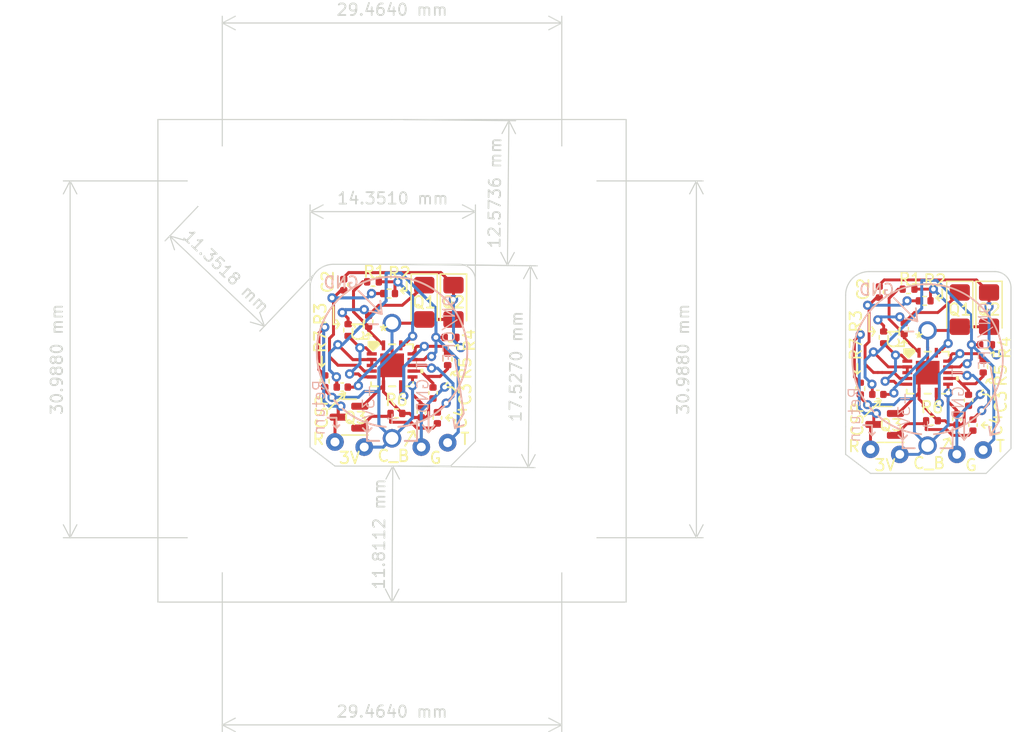
<source format=kicad_pcb>
(kicad_pcb (version 20221018) (generator pcbnew)
  (layers (0 "F.Cu" signal) (31 "B.Cu" signal) (34 "B.Paste" user) (35 "F.Paste" user) (36 "B.SilkS" user "B.Silkscreen") (37 "F.SilkS" user "F.Silkscreen") (38 "B.Mask" user) (39 "F.Mask" user) (44 "Edge.Cuts" user))
  (net 0 "")
  (net 1 "GND")
  (net 2 "+3V0")
  (net 3 "Net-(U1-1A)")
  (net 4 "Net-(Q1-C)")
  (net 5 "Net-(Q2-C)")
  (net 6 "Net-(U1-2B)")
  (net 7 "Net-(U1-3B)")
  (net 8 "Net-(U1-4Y)")
  (net 9 "Net-(Q3-B)")
  (net 10 "Net-(Q3-C)")
  (net 11 "Net-(U1-1B)")
  (net 12 "Net-(U1-1Y)")
  (net 13 "Net-(U1-3Y)")
  (footprint "Capacitor_SMD:C_0402_1005Metric" (layer "F.Cu") (at 174.371 67.056 -90)
    (fp_text reference "C2")
    (fp_text value "100pF")
  )
  (footprint "Capacitor_SMD:C_0402_1005Metric" (layer "F.Cu") (at 134.62 77.47 90)
    (fp_text reference "C_B")
    (fp_text value "0.1uF")
  )
  (footprint "Resistor_SMD:R_0402_1005Metric" (layer "F.Cu") (at 131.826 67.183 180)
    (fp_text reference "R2")
    (fp_text value "2.2M")
  )
  (footprint "Diode_SMD:D_1206_3216Metric_Pad1.42x1.75mm_HandSolder" (layer "F.Cu") (at 134.874 67.945 -90)
    (fp_text reference "Q1")
    (fp_text value "Q_Photo_NPN")
  )
  (footprint "Diode_SMD:D_1206_3216Metric_Pad1.42x1.75mm_HandSolder" (layer "F.Cu") (at 137.414 67.945 -90)
    (fp_text reference "Q2")
    (fp_text value "Q_Photo_NPN")
  )
  (footprint "Resistor_SMD:R_0402_1005Metric" (layer "F.Cu") (at 131.826 67.183 180)
    (fp_text reference "R2")
    (fp_text value "2.2M")
  )
  (footprint "Capacitor_SMD:C_0402_1005Metric" (layer "F.Cu") (at 127.889 66.421 -90)
    (fp_text reference "C2")
    (fp_text value "100pF")
  )
  (footprint "Resistor_SMD:R_0402_1005Metric" (layer "F.Cu") (at 132.461 77.597)
    (fp_text reference "R6")
    (fp_text value "330k")
  )
  (footprint "Package_TO_SOT_SMD:SOT-23" (layer "F.Cu") (at 128.3485 77.917 180)
    (fp_text reference "Q3")
    (fp_text value "BC847")
  )
  (footprint "Capacitor_SMD:C_0402_1005Metric" (layer "F.Cu") (at 135.636 75.819 -90)
    (fp_text reference "C3")
    (fp_text value "1uF")
  )
  (footprint "Capacitor_SMD:C_0402_1005Metric" (layer "F.Cu") (at 127.762 75.311 180)
    (fp_text reference "CSP")
    (fp_text value "100pF")
  )
  (footprint "Diode_SMD:D_1206_3216Metric_Pad1.42x1.75mm_HandSolder" (layer "F.Cu") (at 137.414 67.945 -90)
    (fp_text reference "Q2")
    (fp_text value "Q_Photo_NPN")
  )
  (footprint "Capacitor_SMD:C_0402_1005Metric" (layer "F.Cu") (at 127.889 66.421 -90)
    (fp_text reference "C2")
    (fp_text value "100pF")
  )
  (footprint "Diode_SMD:D_1206_3216Metric_Pad1.42x1.75mm_HandSolder" (layer "F.Cu") (at 183.896 68.58 -90)
    (fp_text reference "Q2")
    (fp_text value "Q_Photo_NPN")
  )
  (footprint "Capacitor_SMD:C_0402_1005Metric" (layer "F.Cu") (at 176.53 70.231 90)
    (fp_text reference "C1")
    (fp_text value "100pF")
  )
  (footprint "Resistor_SMD:R_0402_1005Metric" (layer "F.Cu") (at 183.388 73.533 90)
    (fp_text reference "R5")
    (fp_text value "180k")
  )
  (footprint "Resistor_SMD:R_0402_1005Metric" (layer "F.Cu") (at 126.238 74.805 90)
    (fp_text reference "R7")
    (fp_text value "33k")
  )
  (footprint "Resistor_SMD:R_0402_1005Metric" (layer "F.Cu") (at 178.308 67.818 180)
    (fp_text reference "R2")
    (fp_text value "2.2M")
  )
  (footprint "Capacitor_SMD:C_0402_1005Metric" (layer "F.Cu") (at 130.048 69.596 90)
    (fp_text reference "C1")
    (fp_text value "100pF")
  )
  (footprint "Capacitor_SMD:C_0402_1005Metric" (layer "F.Cu") (at 181.102 78.105 90)
    (fp_text reference "C_B")
    (fp_text value "0.1uF")
  )
  (footprint "Resistor_SMD:R_0402_1005Metric" (layer "F.Cu") (at 128.27 70.356 90)
    (fp_text reference "R3")
    (fp_text value "82k")
  )
  (footprint "Capacitor_SMD:C_0402_1005Metric" (layer "F.Cu") (at 182.118 76.454 -90)
    (fp_text reference "C3")
    (fp_text value "1uF")
  )
  (footprint "QFN_NAND2:RGY14_2P05X2P05" (layer "F.Cu") (at 178.570999 74.056999)
    (fp_text reference "U1" hide)
    (fp_text value "SN74AHC132RGYR")
  )
  (footprint "Diode_SMD:D_1206_3216Metric_Pad1.42x1.75mm_HandSolder" (layer "F.Cu") (at 134.874 67.945 -90)
    (fp_text reference "Q1")
    (fp_text value "Q_Photo_NPN")
  )
  (footprint "Resistor_SMD:R_0402_1005Metric" (layer "F.Cu") (at 136.906 72.898 90)
    (fp_text reference "R5")
    (fp_text value "180k")
  )
  (footprint "Capacitor_SMD:C_0402_1005Metric" (layer "F.Cu") (at 130.048 69.596 90)
    (fp_text reference "C1")
    (fp_text value "100pF")
  )
  (footprint "Resistor_SMD:R_0402_1005Metric" (layer "F.Cu") (at 174.752 70.991 90)
    (fp_text reference "R3")
    (fp_text value "82k")
  )
  (footprint "Resistor_SMD:R_0402_1005Metric" (layer "F.Cu") (at 128.27 70.356 90)
    (fp_text reference "R3")
    (fp_text value "82k")
  )
  (footprint "Diode_SMD:D_1206_3216Metric_Pad1.42x1.75mm_HandSolder" (layer "F.Cu") (at 181.356 68.58 -90)
    (fp_text reference "Q1")
    (fp_text value "Q_Photo_NPN")
  )
  (footprint "Resistor_SMD:R_0402_1005Metric" (layer "F.Cu") (at 176.911 66.802)
    (fp_text reference "R1")
    (fp_text value "2.2M")
  )
  (footprint "Resistor_SMD:R_0402_1005Metric" (layer "F.Cu") (at 183.642 71.628 180)
    (fp_text reference "R4")
    (fp_text value "82k")
  )
  (footprint "Resistor_SMD:R_0402_1005Metric" (layer "F.Cu") (at 137.16 70.993 180)
    (fp_text reference "R4")
    (fp_text value "82k")
  )
  (footprint "Package_TO_SOT_SMD:SOT-23" (layer "F.Cu") (at 174.8305 78.552 180)
    (fp_text reference "Q3")
    (fp_text value "BC847")
  )
  (footprint "Capacitor_SMD:C_0402_1005Metric" (layer "F.Cu") (at 135.636 75.819 -90)
    (fp_text reference "C3")
    (fp_text value "1uF")
  )
  (footprint "Capacitor_SMD:C_0402_1005Metric" (layer "F.Cu") (at 174.244 75.946 180)
    (fp_text reference "CSP")
    (fp_text value "100pF")
  )
  (footprint "Resistor_SMD:R_0402_1005Metric" (layer "F.Cu") (at 132.461 77.597)
    (fp_text reference "R6")
    (fp_text value "330k")
  )
  (footprint "" (layer "F.Cu") (at 117.348 88.392)
    (fp_text reference "")
    (fp_text value "")
  )
  (footprint "Resistor_SMD:R_0402_1005Metric" (layer "F.Cu") (at 130.429 66.167)
    (fp_text reference "R1")
    (fp_text value "2.2M")
  )
  (footprint "" (layer "F.Cu") (at 117.348 57.404)
    (fp_text reference "")
    (fp_text value "")
  )
  (footprint "Capacitor_SMD:C_0402_1005Metric" (layer "F.Cu") (at 127.762 75.311 180)
    (fp_text reference "CSP")
    (fp_text value "100pF")
  )
  (footprint "Capacitor_SMD:C_0402_1005Metric" (layer "F.Cu") (at 136.017 77.978 -90)
    (fp_text reference "C4")
    (fp_text value "10nF")
  )
  (footprint "Resistor_SMD:R_0402_1005Metric" (layer "F.Cu") (at 130.429 66.167)
    (fp_text reference "R1")
    (fp_text value "2.2M")
  )
  (footprint "Capacitor_SMD:C_0402_1005Metric" (layer "F.Cu") (at 136.017 77.978 -90)
    (fp_text reference "C4")
    (fp_text value "10nF")
  )
  (footprint "Resistor_SMD:R_0402_1005Metric" (layer "F.Cu") (at 137.16 70.993 180)
    (fp_text reference "R4")
    (fp_text value "82k")
  )
  (footprint "Resistor_SMD:R_0402_1005Metric" (layer "F.Cu") (at 178.943 78.232)
    (fp_text reference "R6")
    (fp_text value "330k")
  )
  (footprint "QFN_NAND2:RGY14_2P05X2P05" (layer "F.Cu") (at 132.088999 73.421999)
    (fp_text reference "U1" hide)
    (fp_text value "SN74AHC132RGYR")
  )
  (footprint "Resistor_SMD:R_0402_1005Metric" (layer "F.Cu") (at 136.906 72.898 90)
    (fp_text reference "R5")
    (fp_text value "180k")
  )
  (footprint "Package_TO_SOT_SMD:SOT-23" (layer "F.Cu") (at 128.3485 77.917 180)
    (fp_text reference "Q3")
    (fp_text value "BC847")
  )
  (footprint "Capacitor_SMD:C_0402_1005Metric" (layer "F.Cu") (at 134.62 77.47 90)
    (fp_text reference "C_B")
    (fp_text value "0.1uF")
  )
  (footprint "QFN_NAND2:RGY14_2P05X2P05" (layer "F.Cu") (at 132.088999 73.421999)
    (fp_text reference "U1" hide)
    (fp_text value "SN74AHC132RGYR")
  )
  (footprint "Capacitor_SMD:C_0402_1005Metric" (layer "F.Cu") (at 182.499 78.613 -90)
    (fp_text reference "C4")
    (fp_text value "10nF")
  )
  (footprint "Resistor_SMD:R_0402_1005Metric" (layer "F.Cu") (at 126.238 74.805 90)
    (fp_text reference "R7")
    (fp_text value "33k")
  )
  (footprint "" (layer "F.Cu") (at 146.812 57.404)
    (fp_text reference "")
    (fp_text value "")
  )
  (footprint "Resistor_SMD:R_0402_1005Metric" (layer "F.Cu") (at 172.72 75.44 90)
    (fp_text reference "R7")
    (fp_text value "33k")
  )
  (footprint "" (layer "F.Cu") (at 146.812 57.404)
    (fp_text reference "")
    (fp_text value "")
  )
  (footprint "" (layer "F.Cu") (at 146.812 88.392)
    (fp_text reference "")
    (fp_text value "")
  )
  (footprint "" (layer "F.Cu") (at 146.812 88.392)
    (fp_text reference "")
    (fp_text value "")
  )
  (footprint "12.5mmBattHolder:NEST_Wire_Connect" (layer "B.Cu") (at 136.906 82.677 180)
    (fp_text reference "ON/OFF")
    (fp_text value "TestPoint")
  )
  (footprint "12.5mmBattHolder:NEST_Wire_Connect" (layer "B.Cu") (at 134.62 83.058 180)
    (fp_text reference "T GND")
    (fp_text value "TestPoint")
  )
  (footprint "12.5mmBattHolder:NEST_Wire_Connect" (layer "B.Cu") (at 136.906 82.677 180)
    (fp_text reference "ON/OFF")
    (fp_text value "TestPoint")
  )
  (footprint "THT_125mm_battery:BR1225A&slash_HBN_PAN" (layer "B.Cu") (at 132.08 69.756 180)
    (fp_text reference "B1" hide)
    (fp_text value "BR1225A/HBN")
  )
  (footprint "12.5mmBattHolder:NEST_Wire_Connect" (layer "B.Cu") (at 127.127 82.616595 180)
    (fp_text reference "Return")
    (fp_text value "TestPoint")
  )
  (footprint "12.5mmBattHolder:NEST_Wire_Connect" (layer "B.Cu") (at 176.149 83.693 180)
    (fp_text reference "+3V")
    (fp_text value "TestPoint")
  )
  (footprint "12.5mmBattHolder:NEST_Wire_Connect" (layer "B.Cu") (at 181.102 83.693 180)
    (fp_text reference "T GND")
    (fp_text value "TestPoint")
  )
  (footprint "THT_125mm_battery:BR1225A&slash_HBN_PAN" (layer "B.Cu") (at 178.562 70.391 180)
    (fp_text reference "B1" hide)
    (fp_text value "BR1225A/HBN")
  )
  (footprint "12.5mmBattHolder:NEST_Wire_Connect" (layer "B.Cu") (at 173.609 83.251595 180)
    (fp_text reference "Return")
    (fp_text value "TestPoint")
  )
  (footprint "THT_125mm_battery:BR1225A&slash_HBN_PAN" (layer "B.Cu") (at 132.08 69.756 180)
    (fp_text reference "B1" hide)
    (fp_text value "BR1225A/HBN")
  )
  (footprint "12.5mmBattHolder:NEST_Wire_Connect" (layer "B.Cu") (at 127.127 82.616595 180)
    (fp_text reference "Return")
    (fp_text value "TestPoint")
  )
  (footprint "12.5mmBattHolder:NEST_Wire_Connect" (layer "B.Cu") (at 129.667 83.058 180)
    (fp_text reference "+3V")
    (fp_text value "TestPoint")
  )
  (footprint "12.5mmBattHolder:NEST_Wire_Connect" (layer "B.Cu") (at 129.667 83.058 180)
    (fp_text reference "+3V")
    (fp_text value "TestPoint")
  )
  (footprint "12.5mmBattHolder:NEST_Wire_Connect" (layer "B.Cu") (at 134.62 83.058 180)
    (fp_text reference "T GND")
    (fp_text value "TestPoint")
  )
  (footprint "12.5mmBattHolder:NEST_Wire_Connect" (layer "B.Cu") (at 183.388 83.312 180)
    (fp_text reference "ON/OFF")
    (fp_text value "TestPoint")
  )
  (gr_line (start 126.492 77.978) (end 127.254 77.978) (stroke (width 0.15)) (layer "B.SilkS"))
  (gr_line (start 135.255 77.47) (end 135.255 79.248) (stroke (width 0.15)) (layer "B.SilkS"))
  (gr_line (start 127.254 78.867) (end 127 78.613) (stroke (width 0.15)) (layer "B.SilkS"))
  (gr_line (start 129.921 79.248) (end 130.302 78.867) (stroke (width 0.15)) (layer "B.SilkS"))
  (gr_line (start 173.736 79.502) (end 173.99 79.248) (stroke (width 0.15)) (layer "B.SilkS"))
  (gr_line (start 127.254 77.978) (end 127.254 78.867) (stroke (width 0.15)) (layer "B.SilkS"))
  (gr_line (start 138.303 77.597) (end 137.541 78.867) (stroke (width 0.15)) (layer "B.SilkS"))
  (gr_line (start 137.541 78.867) (end 138.303 78.613) (stroke (width 0.15)) (layer "B.SilkS"))
  (gr_line (start 173.736 78.613) (end 173.736 79.502) (stroke (width 0.15)) (layer "B.SilkS"))
  (gr_line (start 129.921 79.248) (end 129.54 78.867) (stroke (width 0.15)) (layer "B.SilkS"))
  (gr_line (start 137.922 75.057) (end 137.541 72.898) (stroke (width 0.15)) (layer "B.SilkS"))
  (gr_line (start 131.191 68.961) (end 130.175 68.707) (stroke (width 0.15)) (layer "B.SilkS"))
  (gr_line (start 184.785 78.232) (end 184.023 79.502) (stroke (width 0.15)) (layer "B.SilkS"))
  (gr_line (start 131.191 68.961) (end 130.175 68.707) (stroke (width 0.15)) (layer "B.SilkS"))
  (gr_line (start 126.492 77.978) (end 127.254 77.978) (stroke (width 0.15)) (layer "B.SilkS"))
  (gr_line (start 181.737 79.883) (end 182.245 79.248) (stroke (width 0.15)) (layer "B.SilkS"))
  (gr_line (start 184.023 79.502) (end 183.896 78.74) (stroke (width 0.15)) (layer "B.SilkS"))
  (gr_line (start 127.254 78.867) (end 127.508 78.613) (stroke (width 0.15)) (layer "B.SilkS"))
  (gr_line (start 127.254 77.978) (end 127.254 78.867) (stroke (width 0.15)) (layer "B.SilkS"))
  (gr_line (start 127.254 78.867) (end 127 78.613) (stroke (width 0.15)) (layer "B.SilkS"))
  (gr_line (start 137.541 78.867) (end 137.414 78.105) (stroke (width 0.15)) (layer "B.SilkS"))
  (gr_line (start 129.921 79.248) (end 129.54 78.867) (stroke (width 0.15)) (layer "B.SilkS"))
  (gr_line (start 181.737 79.883) (end 181.229 79.248) (stroke (width 0.15)) (layer "B.SilkS"))
  (gr_line (start 181.737 78.105) (end 181.737 79.883) (stroke (width 0.15)) (layer "B.SilkS"))
  (gr_line (start 175.641 67.564) (end 177.673 69.596) (stroke (width 0.15)) (layer "B.SilkS"))
  (gr_line (start 129.921 79.248) (end 130.302 78.867) (stroke (width 0.15)) (layer "B.SilkS"))
  (gr_line (start 131.191 68.961) (end 131.064 67.818) (stroke (width 0.15)) (layer "B.SilkS"))
  (gr_line (start 184.404 75.692) (end 184.023 73.533) (stroke (width 0.15)) (layer "B.SilkS"))
  (gr_line (start 137.922 75.057) (end 137.541 72.898) (stroke (width 0.15)) (layer "B.SilkS"))
  (gr_line (start 135.255 79.248) (end 134.747 78.613) (stroke (width 0.15)) (layer "B.SilkS"))
  (gr_line (start 184.785 78.232) (end 184.404 75.692) (stroke (width 0.15)) (layer "B.SilkS"))
  (gr_line (start 173.736 79.502) (end 173.482 79.248) (stroke (width 0.15)) (layer "B.SilkS"))
  (gr_line (start 176.403 79.883) (end 176.784 79.502) (stroke (width 0.15)) (layer "B.SilkS"))
  (gr_line (start 127.254 78.867) (end 127.508 78.613) (stroke (width 0.15)) (layer "B.SilkS"))
  (gr_line (start 137.541 78.867) (end 137.414 78.105) (stroke (width 0.15)) (layer "B.SilkS"))
  (gr_line (start 129.159 66.929) (end 131.191 68.961) (stroke (width 0.15)) (layer "B.SilkS"))
  (gr_line (start 135.255 79.248) (end 135.763 78.613) (stroke (width 0.15)) (layer "B.SilkS"))
  (gr_line (start 176.403 79.883) (end 176.022 79.502) (stroke (width 0.15)) (layer "B.SilkS"))
  (gr_line (start 135.255 77.47) (end 135.255 79.248) (stroke (width 0.15)) (layer "B.SilkS"))
  (gr_line (start 135.255 79.248) (end 134.747 78.613) (stroke (width 0.15)) (layer "B.SilkS"))
  (gr_line (start 177.673 69.596) (end 177.546 68.453) (stroke (width 0.15)) (layer "B.SilkS"))
  (gr_line (start 138.303 77.597) (end 137.541 78.867) (stroke (width 0.15)) (layer "B.SilkS"))
  (gr_line (start 135.255 79.248) (end 135.763 78.613) (stroke (width 0.15)) (layer "B.SilkS"))
  (gr_line (start 138.303 77.597) (end 137.922 75.057) (stroke (width 0.15)) (layer "B.SilkS"))
  (gr_line (start 184.023 79.502) (end 184.785 79.248) (stroke (width 0.15)) (layer "B.SilkS"))
  (gr_line (start 177.673 69.596) (end 176.657 69.342) (stroke (width 0.15)) (layer "B.SilkS"))
  (gr_line (start 137.541 78.867) (end 138.303 78.613) (stroke (width 0.15)) (layer "B.SilkS"))
  (gr_line (start 172.974 78.613) (end 173.736 78.613) (stroke (width 0.15)) (layer "B.SilkS"))
  (gr_line (start 131.191 68.961) (end 131.064 67.818) (stroke (width 0.15)) (layer "B.SilkS"))
  (gr_line (start 129.159 66.929) (end 131.191 68.961) (stroke (width 0.15)) (layer "B.SilkS"))
  (gr_line (start 138.303 77.597) (end 137.922 75.057) (stroke (width 0.15)) (layer "B.SilkS"))
  (gr_line (start 137.541 74.295) (end 137.795 74.295) (stroke (width 0.15)) (layer "F.SilkS"))
  (gr_line (start 133.985 79.121) (end 134.112 79.629) (stroke (width 0.15)) (layer "F.SilkS"))
  (gr_line (start 183.769 78.613) (end 183.261 78.613) (stroke (width 0.15)) (layer "F.SilkS"))
  (gr_line (start 130.263999 71.949304) (end 130.429 72.136) (stroke (width 0.15)) (layer "F.SilkS"))
  (gr_line (start 130.556 71.882) (end 130.565152 71.596999) (stroke (width 0.15)) (layer "F.SilkS"))
  (gr_line (start 130.429 72.009) (end 130.302 71.882) (stroke (width 0.15)) (layer "F.SilkS"))
  (gr_line (start 137.795 71.628) (end 137.922 71.755) (stroke (width 0.15)) (layer "F.SilkS"))
  (gr_line (start 176.745999 72.584304) (end 176.911 72.771) (stroke (width 0.15)) (layer "F.SilkS"))
  (gr_line (start 180.467 79.756) (end 180.594 80.264) (stroke (width 0.15)) (layer "F.SilkS"))
  (gr_line (start 177.165 72.263) (end 177.165 72.39) (stroke (width 0.15)) (layer "F.SilkS"))
  (gr_line (start 137.287 74.041) (end 137.668 73.914) (stroke (width 0.15)) (layer "F.SilkS"))
  (gr_line (start 132.842 66.929) (end 133.096 67.183) (stroke (width 0.15)) (layer "F.SilkS"))
  (gr_line (start 183.769 74.676) (end 184.15 74.549) (stroke (width 0.15)) (layer "F.SilkS"))
  (gr_line (start 128.016 75.819) (end 127.889 76.327) (stroke (width 0.15)) (layer "F.SilkS"))
  (gr_line (start 128.016 75.819) (end 127.508 75.946) (stroke (width 0.15)) (layer "F.SilkS"))
  (gr_line (start 130.937 71.501) (end 130.937 71.628) (stroke (width 0.15)) (layer "F.SilkS"))
  (gr_line (start 184.277 72.263) (end 184.404 72.39) (stroke (width 0.15)) (layer "F.SilkS"))
  (gr_line (start 127.508 69.85) (end 127.254 70.231) (stroke (width 0.15)) (layer "F.SilkS"))
  (gr_line (start 127 69.85) (end 127.508 69.85) (stroke (width 0.15)) (layer "F.SilkS"))
  (gr_line (start 133.223 80.391) (end 133.985 79.121) (stroke (width 0.15)) (layer "F.SilkS"))
  (gr_line (start 177.419 72.263) (end 176.911 72.644) (stroke (width 0.15)) (layer "F.SilkS"))
  (gr_line (start 177.419 72.136) (end 177.419 72.263) (stroke (width 0.15)) (layer "F.SilkS"))
  (gr_line (start 183.769 74.676) (end 183.642 74.93) (stroke (width 0.15)) (layer "F.SilkS"))
  (gr_line (start 172.466 74.168) (end 172.72 73.914) (stroke (width 0.15)) (layer "F.SilkS"))
  (gr_line (start 177.047152 72.231999) (end 177.165 72.263) (stroke (width 0.15)) (layer "F.SilkS"))
  (gr_line (start 130.429 72.136) (end 130.937 71.628) (stroke (width 0.15)) (layer "F.SilkS"))
  (gr_line (start 176.53 71.501) (end 176.53 71.247) (stroke (width 0.15)) (layer "F.SilkS"))
  (gr_line (start 174.498 76.454) (end 174.371 76.962) (stroke (width 0.15)) (layer "F.SilkS"))
  (gr_line (start 125.984 72.644) (end 125.984 73.533) (stroke (width 0.15)) (layer "F.SilkS"))
  (gr_line (start 137.541 74.295) (end 137.287 74.041) (stroke (width 0.15)) (layer "F.SilkS"))
  (gr_line (start 176.657 72.136) (end 177.419 72.136) (stroke (width 0.15)) (layer "F.SilkS"))
  (gr_line (start 130.429 72.009) (end 130.302 71.882) (stroke (width 0.15)) (layer "F.SilkS"))
  (gr_line (start 137.287 74.041) (end 137.16 74.295) (stroke (width 0.15)) (layer "F.SilkS"))
  (gr_line (start 130.302 71.882) (end 130.302 71.628) (stroke (width 0.15)) (layer "F.SilkS"))
  (gr_line (start 127.508 69.85) (end 127.254 69.469) (stroke (width 0.15)) (layer "F.SilkS"))
  (gr_line (start 130.048 70.866) (end 130.048 71.12) (stroke (width 0.15)) (layer "F.SilkS"))
  (gr_line (start 179.832 67.564) (end 179.451 67.564) (stroke (width 0.15)) (layer "F.SilkS"))
  (gr_line (start 173.101 77.851) (end 174.498 76.454) (stroke (width 0.15)) (layer "F.SilkS"))
  (gr_line (start 172.466 73.279) (end 172.466 74.168) (stroke (width 0.15)) (layer "F.SilkS"))
  (gr_line (start 130.048 71.755) (end 130.429 72.136) (stroke (width 0.15)) (layer "F.SilkS"))
  (gr_line (start 173.482 70.485) (end 173.99 70.485) (stroke (width 0.15)) (layer "F.SilkS"))
  (gr_line (start 137.541 74.295) (end 137.287 74.041) (stroke (width 0.15)) (layer "F.SilkS"))
  (gr_line (start 130.429 71.628) (end 130.429 71.882) (stroke (width 0.15)) (layer "F.SilkS"))
  (gr_line (start 125.984 73.533) (end 126.238 73.279) (stroke (width 0.15)) (layer "F.SilkS"))
  (gr_line (start 130.937 71.501) (end 130.81 71.374) (stroke (width 0.15)) (layer "F.SilkS"))
  (gr_line (start 184.277 72.644) (end 184.277 72.263) (stroke (width 0.15)) (layer "F.SilkS"))
  (gr_line (start 176.53 71.501) (end 176.53 71.755) (stroke (width 0.15)) (layer "F.SilkS"))
  (gr_line (start 125.984 73.533) (end 125.73 73.279) (stroke (width 0.15)) (layer "F.SilkS"))
  (gr_line (start 138.303 72.009) (end 137.795 72.009) (stroke (width 0.15)) (layer "F.SilkS"))
  (gr_line (start 130.048 70.866) (end 130.048 70.612) (stroke (width 0.15)) (layer "F.SilkS"))
  (gr_line (start 179.324 67.564) (end 179.578 67.31) (stroke (width 0.15)) (layer "F.SilkS"))
  (gr_line (start 183.769 75.946) (end 184.15 76.327) (stroke (width 0.15)) (layer "F.SilkS"))
  (gr_line (start 127.508 69.85) (end 127.254 70.231) (stroke (width 0.15)) (layer "F.SilkS"))
  (gr_line (start 125.984 73.533) (end 126.238 73.279) (stroke (width 0.15)) (layer "F.SilkS"))
  (gr_line (start 136.525 75.311) (end 136.906 74.93) (stroke (width 0.15)) (layer "F.SilkS"))
  (gr_line (start 130.048 70.612) (end 129.794 70.866) (stroke (width 0.15)) (layer "F.SilkS"))
  (gr_line (start 133.985 79.121) (end 133.477 79.248) (stroke (width 0.15)) (layer "F.SilkS"))
  (gr_line (start 138.303 72.009) (end 137.795 72.009) (stroke (width 0.15)) (layer "F.SilkS"))
  (gr_line (start 130.048 71.755) (end 130.429 72.136) (stroke (width 0.15)) (layer "F.SilkS"))
  (gr_line (start 130.937 71.628) (end 130.429 72.009) (stroke (width 0.15)) (layer "F.SilkS"))
  (gr_line (start 177.292 72.009) (end 176.53 72.009) (stroke (width 0.15)) (layer "F.SilkS"))
  (gr_line (start 132.842 66.929) (end 133.096 67.183) (stroke (width 0.15)) (layer "F.SilkS"))
  (gr_line (start 130.565152 71.596999) (end 130.683 71.628) (stroke (width 0.15)) (layer "F.SilkS"))
  (gr_line (start 133.35 66.929) (end 132.969 66.929) (stroke (width 0.15)) (layer "F.SilkS"))
  (gr_line (start 125.984 73.533) (end 125.73 73.279) (stroke (width 0.15)) (layer "F.SilkS"))
  (gr_line (start 136.779 77.978) (end 137.033 77.724) (stroke (width 0.15)) (layer "F.SilkS"))
  (gr_line (start 130.175 71.755) (end 130.175 71.501) (stroke (width 0.15)) (layer "F.SilkS"))
  (gr_line (start 176.53 71.755) (end 175.895 71.755) (stroke (width 0.15)) (layer "F.SilkS"))
  (gr_line (start 133.35 66.167) (end 133.35 66.929) (stroke (width 0.15)) (layer "F.SilkS"))
  (gr_line (start 173.228 76.962) (end 173.228 76.708) (stroke (width 0.15)) (layer "F.SilkS"))
  (gr_line (start 137.795 71.628) (end 137.541 71.755) (stroke (width 0.15)) (layer "F.SilkS"))
  (gr_line (start 130.048 70.612) (end 130.302 70.866) (stroke (width 0.15)) (layer "F.SilkS"))
  (gr_line (start 176.911 72.644) (end 176.784 72.517) (stroke (width 0.15)) (layer "F.SilkS"))
  (gr_line (start 130.048 71.12) (end 129.413 71.12) (stroke (width 0.15)) (layer "F.SilkS"))
  (gr_line (start 130.048 71.374) (end 130.048 71.755) (stroke (width 0.15)) (layer "F.SilkS"))
  (gr_line (start 180.467 79.756) (end 179.959 79.883) (stroke (width 0.15)) (layer "F.SilkS"))
  (gr_line (start 136.779 77.978) (end 137.033 78.232) (stroke (width 0.15)) (layer "F.SilkS"))
  (gr_line (start 176.911 72.263) (end 176.911 72.517) (stroke (width 0.15)) (layer "F.SilkS"))
  (gr_line (start 184.023 74.93) (end 184.277 74.93) (stroke (width 0.15)) (layer "F.SilkS"))
  (gr_line (start 176.657 72.39) (end 176.657 72.136) (stroke (width 0.15)) (layer "F.SilkS"))
  (gr_line (start 173.99 70.485) (end 173.736 70.104) (stroke (width 0.15)) (layer "F.SilkS"))
  (gr_line (start 132.969 66.929) (end 132.842 66.929) (stroke (width 0.15)) (layer "F.SilkS"))
  (gr_line (start 130.81 71.374) (end 130.048 71.374) (stroke (width 0.15)) (layer "F.SilkS"))
  (gr_line (start 136.525 75.311) (end 136.906 74.93) (stroke (width 0.15)) (layer "F.SilkS"))
  (gr_line (start 137.287 77.978) (end 136.779 77.978) (stroke (width 0.15)) (layer "F.SilkS"))
  (gr_line (start 130.048 70.612) (end 130.302 70.866) (stroke (width 0.15)) (layer "F.SilkS"))
  (gr_line (start 133.985 79.121) (end 133.477 79.248) (stroke (width 0.15)) (layer "F.SilkS"))
  (gr_line (start 137.287 75.311) (end 137.668 75.692) (stroke (width 0.15)) (layer "F.SilkS"))
  (gr_line (start 176.911 72.771) (end 177.419 72.263) (stroke (width 0.15)) (layer "F.SilkS"))
  (gr_line (start 137.287 74.041) (end 137.668 73.914) (stroke (width 0.15)) (layer "F.SilkS"))
  (gr_line (start 130.683 71.628) (end 130.683 71.755) (stroke (width 0.15)) (layer "F.SilkS"))
  (gr_line (start 130.937 71.628) (end 130.429 72.009) (stroke (width 0.15)) (layer "F.SilkS"))
  (gr_line (start 173.482 68.961) (end 173.482 70.485) (stroke (width 0.15)) (layer "F.SilkS"))
  (gr_line (start 137.287 75.311) (end 137.668 75.692) (stroke (width 0.15)) (layer "F.SilkS"))
  (gr_line (start 130.263999 71.949304) (end 130.429 72.136) (stroke (width 0.15)) (layer "F.SilkS"))
  (gr_line (start 136.779 77.978) (end 137.033 78.232) (stroke (width 0.15)) (layer "F.SilkS"))
  (gr_line (start 130.429 71.628) (end 130.429 71.882) (stroke (width 0.15)) (layer "F.SilkS"))
  (gr_line (start 183.769 75.946) (end 183.007 75.946) (stroke (width 0.15)) (layer "F.SilkS"))
  (gr_line (start 127 68.326) (end 127 69.85) (stroke (width 0.15)) (layer "F.SilkS"))
  (gr_line (start 137.287 75.311) (end 136.525 75.311) (stroke (width 0.15)) (layer "F.SilkS"))
  (gr_line (start 177.038 72.517) (end 177.047152 72.231999) (stroke (width 0.15)) (layer "F.SilkS"))
  (gr_line (start 137.795 71.628) (end 137.541 71.755) (stroke (width 0.15)) (layer "F.SilkS"))
  (gr_line (start 130.937 71.501) (end 130.81 71.374) (stroke (width 0.15)) (layer "F.SilkS"))
  (gr_line (start 130.429 72.136) (end 130.937 71.628) (stroke (width 0.15)) (layer "F.SilkS"))
  (gr_line (start 130.048 71.12) (end 129.413 71.12) (stroke (width 0.15)) (layer "F.SilkS"))
  (gr_line (start 137.287 75.311) (end 136.525 75.311) (stroke (width 0.15)) (layer "F.SilkS"))
  (gr_line (start 126.619 77.216) (end 128.016 75.819) (stroke (width 0.15)) (layer "F.SilkS"))
  (gr_line (start 176.53 72.39) (end 176.911 72.771) (stroke (width 0.15)) (layer "F.SilkS"))
  (gr_line (start 127 69.85) (end 127.508 69.85) (stroke (width 0.15)) (layer "F.SilkS"))
  (gr_line (start 174.498 76.454) (end 173.99 76.581) (stroke (width 0.15)) (layer "F.SilkS"))
  (gr_line (start 127.508 69.85) (end 127.254 69.469) (stroke (width 0.15)) (layer "F.SilkS"))
  (gr_line (start 133.223 80.391) (end 133.985 79.121) (stroke (width 0.15)) (layer "F.SilkS"))
  (gr_line (start 130.175 71.755) (end 130.175 71.501) (stroke (width 0.15)) (layer "F.SilkS"))
  (gr_line (start 137.795 72.009) (end 137.795 71.628) (stroke (width 0.15)) (layer "F.SilkS"))
  (gr_line (start 130.175 71.501) (end 130.937 71.501) (stroke (width 0.15)) (layer "F.SilkS"))
  (gr_line (start 130.048 70.612) (end 129.794 70.866) (stroke (width 0.15)) (layer "F.SilkS"))
  (gr_line (start 130.556 71.882) (end 130.565152 71.596999) (stroke (width 0.15)) (layer "F.SilkS"))
  (gr_line (start 176.53 71.247) (end 176.784 71.501) (stroke (width 0.15)) (layer "F.SilkS"))
  (gr_line (start 128.016 75.819) (end 127.889 76.327) (stroke (width 0.15)) (layer "F.SilkS"))
  (gr_line (start 130.175 71.501) (end 130.937 71.501) (stroke (width 0.15)) (layer "F.SilkS"))
  (gr_line (start 177.419 72.136) (end 177.292 72.009) (stroke (width 0.15)) (layer "F.SilkS"))
  (gr_line (start 172.466 74.168) (end 172.212 73.914) (stroke (width 0.15)) (layer "F.SilkS"))
  (gr_line (start 179.324 67.564) (end 179.578 67.818) (stroke (width 0.15)) (layer "F.SilkS"))
  (gr_line (start 133.985 79.121) (end 134.112 79.629) (stroke (width 0.15)) (layer "F.SilkS"))
  (gr_line (start 130.048 70.866) (end 130.048 70.612) (stroke (width 0.15)) (layer "F.SilkS"))
  (gr_line (start 133.35 66.929) (end 132.969 66.929) (stroke (width 0.15)) (layer "F.SilkS"))
  (gr_line (start 184.277 72.263) (end 184.023 72.39) (stroke (width 0.15)) (layer "F.SilkS"))
  (gr_line (start 179.832 66.802) (end 179.832 67.564) (stroke (width 0.15)) (layer "F.SilkS"))
  (gr_line (start 176.53 71.247) (end 176.276 71.501) (stroke (width 0.15)) (layer "F.SilkS"))
  (gr_line (start 130.048 71.374) (end 130.048 71.755) (stroke (width 0.15)) (layer "F.SilkS"))
  (gr_line (start 130.302 71.882) (end 130.302 71.628) (stroke (width 0.15)) (layer "F.SilkS"))
  (gr_line (start 126.746 76.327) (end 126.746 76.073) (stroke (width 0.15)) (layer "F.SilkS"))
  (gr_line (start 137.795 72.009) (end 137.795 71.628) (stroke (width 0.15)) (layer "F.SilkS"))
  (gr_line (start 130.81 71.374) (end 130.048 71.374) (stroke (width 0.15)) (layer "F.SilkS"))
  (gr_line (start 127 68.326) (end 127 69.85) (stroke (width 0.15)) (layer "F.SilkS"))
  (gr_line (start 130.048 70.866) (end 130.048 71.12) (stroke (width 0.15)) (layer "F.SilkS"))
  (gr_line (start 183.261 78.613) (end 183.515 78.359) (stroke (width 0.15)) (layer "F.SilkS"))
  (gr_line (start 179.451 67.564) (end 179.324 67.564) (stroke (width 0.15)) (layer "F.SilkS"))
  (gr_line (start 133.35 66.167) (end 133.35 66.929) (stroke (width 0.15)) (layer "F.SilkS"))
  (gr_line (start 176.53 72.009) (end 176.53 72.39) (stroke (width 0.15)) (layer "F.SilkS"))
  (gr_line (start 137.541 74.295) (end 137.795 74.295) (stroke (width 0.15)) (layer "F.SilkS"))
  (gr_line (start 132.842 66.929) (end 133.096 66.675) (stroke (width 0.15)) (layer "F.SilkS"))
  (gr_line (start 130.565152 71.596999) (end 130.683 71.628) (stroke (width 0.15)) (layer "F.SilkS"))
  (gr_line (start 179.705 81.026) (end 180.467 79.756) (stroke (width 0.15)) (layer "F.SilkS"))
  (gr_line (start 137.287 74.041) (end 137.16 74.295) (stroke (width 0.15)) (layer "F.SilkS"))
  (gr_line (start 183.261 78.613) (end 183.515 78.867) (stroke (width 0.15)) (layer "F.SilkS"))
  (gr_line (start 136.779 77.978) (end 137.033 77.724) (stroke (width 0.15)) (layer "F.SilkS"))
  (gr_line (start 184.023 74.93) (end 183.769 74.676) (stroke (width 0.15)) (layer "F.SilkS"))
  (gr_line (start 173.99 70.485) (end 173.736 70.866) (stroke (width 0.15)) (layer "F.SilkS"))
  (gr_line (start 132.842 66.929) (end 133.096 66.675) (stroke (width 0.15)) (layer "F.SilkS"))
  (gr_line (start 130.937 71.501) (end 130.937 71.628) (stroke (width 0.15)) (layer "F.SilkS"))
  (gr_line (start 184.785 72.644) (end 184.277 72.644) (stroke (width 0.15)) (layer "F.SilkS"))
  (gr_line (start 126.619 77.216) (end 128.016 75.819) (stroke (width 0.15)) (layer "F.SilkS"))
  (gr_line (start 183.007 75.946) (end 183.388 75.565) (stroke (width 0.15)) (layer "F.SilkS"))
  (gr_line (start 128.016 75.819) (end 127.508 75.946) (stroke (width 0.15)) (layer "F.SilkS"))
  (gr_line (start 130.683 71.628) (end 130.683 71.755) (stroke (width 0.15)) (layer "F.SilkS"))
  (gr_line (start 132.969 66.929) (end 132.842 66.929) (stroke (width 0.15)) (layer "F.SilkS"))
  (gr_line (start 126.746 76.327) (end 126.746 76.073) (stroke (width 0.15)) (layer "F.SilkS"))
  (gr_line (start 137.795 71.628) (end 137.922 71.755) (stroke (width 0.15)) (layer "F.SilkS"))
  (gr_line (start 125.984 72.644) (end 125.984 73.533) (stroke (width 0.15)) (layer "F.SilkS"))
  (gr_line (start 176.784 72.517) (end 176.784 72.263) (stroke (width 0.15)) (layer "F.SilkS"))
  (gr_line (start 137.287 77.978) (end 136.779 77.978) (stroke (width 0.15)) (layer "F.SilkS"))
  (gr_line (start 111.76 93.98) (end 111.76 52.07) (stroke (width 0.1)) (layer "Edge.Cuts"))
  (gr_line (start 137.16 82.169) (end 139.319 80.01) (stroke (width 0.1)) (layer "Edge.Cuts"))
  (gr_line (start 132.08 93.98) (end 111.76 93.98) (stroke (width 0.1)) (layer "Edge.Cuts"))
  (gr_line (start 173.609 82.804) (end 183.642 82.804) (stroke (width 0.1)) (layer "Edge.Cuts"))
  (gr_arc (start 171.45 67.31) (mid 172.045159 65.873159) (end 173.482 65.278) (stroke (width 0.1)) (layer "Edge.Cuts"))
  (gr_line (start 124.968 80.518) (end 127.127 82.169) (stroke (width 0.1)) (layer "Edge.Cuts"))
  (gr_line (start 124.968 78.105) (end 124.968 80.518) (stroke (width 0.1)) (layer "Edge.Cuts"))
  (gr_arc (start 184.404 65.278) (mid 185.391828 65.687172) (end 185.801 66.675) (stroke (width 0.1)) (layer "Edge.Cuts"))
  (gr_line (start 132.08 52.07) (end 111.76 52.07) (stroke (width 0.1)) (layer "Edge.Cuts"))
  (gr_line (start 171.45 78.74) (end 171.45 67.31) (stroke (width 0.1)) (layer "Edge.Cuts"))
  (gr_line (start 124.968 78.105) (end 124.968 66.675) (stroke (width 0.1)) (layer "Edge.Cuts"))
  (gr_line (start 152.4 93.98) (end 152.4 52.07) (stroke (width 0.1)) (layer "Edge.Cuts"))
  (gr_line (start 171.45 78.74) (end 171.45 81.153) (stroke (width 0.1)) (layer "Edge.Cuts"))
  (gr_line (start 139.319 66.04) (end 139.319 77.343) (stroke (width 0.1)) (layer "Edge.Cuts"))
  (gr_arc (start 124.968 66.675) (mid 125.563159 65.238159) (end 127 64.643) (stroke (width 0.1)) (layer "Edge.Cuts"))
  (gr_line (start 171.45 81.153) (end 173.609 82.804) (stroke (width 0.1)) (layer "Edge.Cuts"))
  (gr_line (start 183.642 82.804) (end 185.801 80.645) (stroke (width 0.1)) (layer "Edge.Cuts"))
  (gr_line (start 185.801 77.978) (end 185.801 80.645) (stroke (width 0.1)) (layer "Edge.Cuts"))
  (gr_line (start 139.319 77.343) (end 139.319 80.01) (stroke (width 0.1)) (layer "Edge.Cuts"))
  (gr_line (start 185.801 66.675) (end 185.801 77.978) (stroke (width 0.1)) (layer "Edge.Cuts"))
  (gr_arc (start 137.922 64.643) (mid 138.909828 65.052172) (end 139.319 66.04) (stroke (width 0.1)) (layer "Edge.Cuts"))
  (gr_line (start 127.127 82.169) (end 137.16 82.169) (stroke (width 0.1)) (layer "Edge.Cuts"))
  (gr_line (start 132.08 52.07) (end 152.4 52.07) (stroke (width 0.1)) (layer "Edge.Cuts"))
  (gr_line (start 184.404 65.278) (end 173.482 65.278) (stroke (width 0.1)) (layer "Edge.Cuts"))
  (gr_line (start 137.922 64.643) (end 127 64.643) (stroke (width 0.1)) (layer "Edge.Cuts"))
  (gr_line (start 132.08 93.98) (end 152.4 93.98) (stroke (width 0.1)) (layer "Edge.Cuts"))
  (gr_text "-" (at 131.191 70.358) (layer "B.SilkS") (effects (font (size 1 1)) (justify left bottom mirror)))
  (gr_text "GND" (at 129.286 66.802) (layer "B.SilkS") (effects (font (size 1 1)) (justify left bottom mirror)))
  (gr_text "GND" (at 175.768 67.437) (layer "B.SilkS") (effects (font (size 1 1)) (justify left bottom mirror)))
  (gr_text "-" (at 131.191 70.358) (layer "B.SilkS") (effects (font (size 1 1)) (justify left bottom mirror)))
  (gr_text "+" (at 132.08 77.978) (layer "B.SilkS") (effects (font (size 1 1) (thickness 0.1)) (justify mirror)))
  (gr_text "+" (at 132.08 77.978) (layer "B.SilkS") (effects (font (size 1 1) (thickness 0.1)) (justify mirror)))
  (gr_text "GND" (at 129.286 66.802) (layer "B.SilkS") (effects (font (size 1 1)) (justify left bottom mirror)))
  (gr_text "-" (at 177.673 70.993) (layer "B.SilkS") (effects (font (size 1 1)) (justify left bottom mirror)))
  (gr_text "+" (at 178.562 78.613) (layer "B.SilkS") (effects (font (size 1 1) (thickness 0.1)) (justify mirror)))
  (gr_text "G" (at 135.255 82.042) (layer "F.SilkS") (effects (font (size 1 1)) (justify left bottom)))
  (gr_text "R" (at 171.577 81.026) (layer "F.SilkS") (effects (font (size 1 1)) (justify left bottom)))
  (gr_text "T" (at 137.922 80.391) (layer "F.SilkS") (effects (font (size 1 1)) (justify left bottom)))
  (gr_text "G" (at 181.737 82.677) (layer "F.SilkS") (effects (font (size 1 1)) (justify left bottom)))
  (gr_text "R" (at 125.095 80.391) (layer "F.SilkS") (effects (font (size 1 1)) (justify left bottom)))
  (gr_text "T" (at 137.922 80.391) (layer "F.SilkS") (effects (font (size 1 1)) (justify left bottom)))
  (gr_text "3V" (at 127.381 82.042) (layer "F.SilkS") (effects (font (size 1 1)) (justify left bottom)))
  (gr_text "3V" (at 173.863 82.677) (layer "F.SilkS") (effects (font (size 1 1)) (justify left bottom)))
  (gr_text "R" (at 125.095 80.391) (layer "F.SilkS") (effects (font (size 1 1)) (justify left bottom)))
  (gr_text "3V" (at 127.381 82.042) (layer "F.SilkS") (effects (font (size 1 1)) (justify left bottom)))
  (gr_text "G" (at 135.255 82.042) (layer "F.SilkS") (effects (font (size 1 1)) (justify left bottom)))
  (gr_text "T" (at 184.404 81.026) (layer "F.SilkS") (effects (font (size 1 1)) (justify left bottom)))
  (dimension (type aligned) (layer "Edge.Cuts") (pts (xy 124.968 70.612) (xy 139.319 70.612)) (height -10.541) (gr_text "14.3510 mm" (at 132.1435 58.921) (layer "Edge.Cuts") (effects (font (size 1 1) (thickness 0.15)))) (format (prefix "") (suffix "") (units 3) (units_format 1) (precision 4)) (style (thickness 0.1) (arrow_length 1.27) (text_position_mode 0) (extension_height 0.58642) (extension_offset 0.5) keep_text_aligned))
  (dimension (type aligned) (layer "Edge.Cuts") (pts (xy 117.348 57.404) (xy 125.563159 65.238159)) (height 6.60351) (gr_text "11.3518 mm" (at 117.69197 65.267726 316.3599076) (layer "Edge.Cuts") (effects (font (size 1 1) (thickness 0.15)))) (format (prefix "") (suffix "") (units 3) (units_format 1) (precision 4)) (style (thickness 0.1) (arrow_length 1.27) (text_position_mode 0) (extension_height 0.58642) (extension_offset 0.5) keep_text_aligned))
  (dimension (type aligned) (layer "Edge.Cuts") (pts (xy 132.1435 82.169) (xy 132.08 93.98)) (height 0) (gr_text "11.8112 mm" (at 130.961767 88.068317 89.69196114) (layer "Edge.Cuts") (effects (font (size 1 1) (thickness 0.15)))) (format (prefix "") (suffix "") (units 3) (units_format 1) (precision 4)) (style (thickness 0.1) (arrow_length 1.27) (text_position_mode 0) (extension_height 0.58642) (extension_offset 0.5) keep_text_aligned))
  (dimension (type aligned) (layer "Edge.Cuts") (pts (xy 146.812 57.404) (xy 146.812 88.392)) (height -11.684) (gr_text "30.9880 mm" (at 157.346 72.898 90) (layer "Edge.Cuts") (effects (font (size 1 1) (thickness 0.15)))) (format (prefix "") (suffix "") (units 3) (units_format 1) (precision 4)) (style (thickness 0.1) (arrow_length 1.27) (text_position_mode 0) (extension_height 0.58642) (extension_offset 0.5) keep_text_aligned))
  (dimension (type aligned) (layer "Edge.Cuts") (pts (xy 117.348 57.404) (xy 117.348 88.392)) (height 13.208) (gr_text "30.9880 mm" (at 102.99 72.898 90) (layer "Edge.Cuts") (effects (font (size 1 1) (thickness 0.15)))) (format (prefix "") (suffix "") (units 3) (units_format 1) (precision 4)) (style (thickness 0.1) (arrow_length 1.27) (text_position_mode 0) (extension_height 0.58642) (extension_offset 0.5) keep_text_aligned))
  (dimension (type aligned) (layer "Edge.Cuts") (pts (xy 117.348 57.404) (xy 146.812 57.404)) (height -13.716) (gr_text "29.4640 mm" (at 132.08 42.538) (layer "Edge.Cuts") (effects (font (size 1 1) (thickness 0.15)))) (format (prefix "") (suffix "") (units 3) (units_format 1) (precision 4)) (style (thickness 0.1) (arrow_length 1.27) (text_position_mode 0) (extension_height 0.58642) (extension_offset 0.5) keep_text_aligned))
  (dimension (type aligned) (layer "Edge.Cuts") (pts (xy 117.348 88.392) (xy 146.812 88.392)) (height 16.256) (gr_text "29.4640 mm" (at 132.08 103.498) (layer "Edge.Cuts") (effects (font (size 1 1) (thickness 0.15)))) (format (prefix "") (suffix "") (units 3) (units_format 1) (precision 4)) (style (thickness 0.1) (arrow_length 1.27) (text_position_mode 0) (extension_height 0.58642) (extension_offset 0.5) keep_text_aligned))
  (dimension (type aligned) (layer "Edge.Cuts") (pts (xy 132.1435 82.169) (xy 132.334 64.643)) (height 11.763838) (gr_text "17.5270 mm" (at 142.851961 73.521361 89.37724431) (layer "Edge.Cuts") (effects (font (size 1 1) (thickness 0.15)))) (format (prefix "") (suffix "") (units 3) (units_format 1) (precision 4)) (style (thickness 0.1) (arrow_length 1.27) (text_position_mode 0) (extension_height 0.58642) (extension_offset 0.5) keep_text_aligned))
  (dimension (type aligned) (layer "Edge.Cuts") (pts (xy 132.461 64.643) (xy 132.588 52.07)) (height 9.635679) (gr_text "12.5736 mm" (at 141.009746 58.442209 89.42127443) (layer "Edge.Cuts") (effects (font (size 1 1) (thickness 0.15)))) (format (prefix "") (suffix "") (units 3) (units_format 1) (precision 4)) (style (thickness 0.1) (arrow_length 1.27) (text_position_mode 0) (extension_height 0.58642) (extension_offset 0.5) keep_text_aligned))
  (segment (start 178.562 70.391) (end 181.0325 70.391) (width 0.25) (layer "F.Cu") (net 1))
  (segment (start 135.255 77.724) (end 135.255 76.68) (width 0.25) (layer "F.Cu") (net 1))
  (segment (start 175.768 77.602) (end 176.006997 77.602) (width 0.25) (layer "F.Cu") (net 1))
  (segment (start 132.207 73.406) (end 132.207 73.303998) (width 0.25) (layer "F.Cu") (net 1))
  (segment (start 178.570999 74.056999) (end 178.570999 71.861) (width 0.25) (layer "F.Cu") (net 1))
  (segment (start 132.088999 73.421999) (end 132.088999 71.226) (width 0.25) (layer "F.Cu") (net 1))
  (segment (start 134.5505 69.756) (end 134.874 69.4325) (width 0.25) (layer "F.Cu") (net 1))
  (segment (start 179.453 78.232) (end 180.086 78.232) (width 0.25) (layer "F.Cu") (net 1))
  (segment (start 134.874 69.4325) (end 137.414 69.4325) (width 0.25) (layer "F.Cu") (net 1))
  (segment (start 181.0325 70.391) (end 181.356 70.0675) (width 0.25) (layer "F.Cu") (net 1))
  (segment (start 131.707999 76.333999) (end 132.971 77.597) (width 0.25) (layer "F.Cu") (net 1))
  (segment (start 132.088999 73.421999) (end 132.088999 71.226) (width 0.25) (layer "F.Cu") (net 1))
  (segment (start 176.006997 77.602) (end 177.820998 75.787999) (width 0.25) (layer "F.Cu") (net 1))
  (segment (start 181.511 78.585) (end 181.737 78.359) (width 0.25) (layer "F.Cu") (net 1))
  (segment (start 131.707999 76.333999) (end 132.971 77.597) (width 0.25) (layer "F.Cu") (net 1))
  (segment (start 131.338998 75.152999) (end 131.338998 75.719998) (width 0.25) (layer "F.Cu") (net 1))
  (segment (start 131.338998 75.152999) (end 131.338998 74.172) (width 0.25) (layer "F.Cu") (net 1))
  (segment (start 134.013 77.95) (end 134.62 77.95) (width 0.25) (layer "F.Cu") (net 1))
  (segment (start 178.570999 71.861) (end 178.562 71.852001) (width 0.25) (layer "F.Cu") (net 1))
  (segment (start 177.820998 74.807) (end 178.586998 74.041) (width 0.25) (layer "F.Cu") (net 1))
  (segment (start 183.113609 75.946) (end 183.134 75.946) (width 0.25) (layer "F.Cu") (net 1))
  (segment (start 132.088999 71.226) (end 132.08 71.217001) (width 0.25) (layer "F.Cu") (net 1))
  (segment (start 133.985 77.978) (end 134.013 77.95) (width 0.25) (layer "F.Cu") (net 1))
  (segment (start 131.338998 74.172) (end 132.104998 73.406) (width 0.25) (layer "F.Cu") (net 1))
  (segment (start 132.104998 73.406) (end 132.207 73.406) (width 0.25) (layer "F.Cu") (net 1))
  (segment (start 135.255 77.724) (end 135.255 76.68) (width 0.25) (layer "F.Cu") (net 1))
  (segment (start 133.604 77.597) (end 133.985 77.978) (width 0.25) (layer "F.Cu") (net 1))
  (segment (start 132.08 69.756) (end 134.5505 69.756) (width 0.25) (layer "F.Cu") (net 1))
  (segment (start 177.820998 76.354998) (end 178.189999 76.723999) (width 0.25) (layer "F.Cu") (net 1))
  (segment (start 135.255 76.68) (end 135.636 76.299) (width 0.25) (layer "F.Cu") (net 1))
  (segment (start 178.689 73.938998) (end 178.570999 74.056999) (width 0.25) (layer "F.Cu") (net 1))
  (segment (start 131.338998 75.152999) (end 131.338998 74.172) (width 0.25) (layer "F.Cu") (net 1))
  (segment (start 135.029 77.95) (end 135.255 77.724) (width 0.25) (layer "F.Cu") (net 1))
  (segment (start 136.631609 75.311) (end 136.652 75.311) (width 0.25) (layer "F.Cu") (net 1))
  (segment (start 182.125609 76.934) (end 183.113609 75.946) (width 0.25) (layer "F.Cu") (net 1))
  (segment (start 135.643609 76.299) (end 136.631609 75.311) (width 0.25) (layer "F.Cu") (net 1))
  (segment (start 180.467 78.613) (end 180.495 78.585) (width 0.25) (layer "F.Cu") (net 1))
  (segment (start 132.971 77.597) (end 133.604 77.597) (width 0.25) (layer "F.Cu") (net 1))
  (segment (start 181.102 78.585) (end 181.511 78.585) (width 0.25) (layer "F.Cu") (net 1))
  (segment (start 134.62 77.95) (end 135.029 77.95) (width 0.25) (layer "F.Cu") (net 1))
  (segment (start 132.088999 71.226) (end 132.08 71.217001) (width 0.25) (layer "F.Cu") (net 1))
  (segment (start 181.737 77.315) (end 182.118 76.934) (width 0.25) (layer "F.Cu") (net 1))
  (segment (start 132.207 73.406) (end 132.207 73.303998) (width 0.25) (layer "F.Cu") (net 1))
  (segment (start 133.604 77.597) (end 133.985 77.978) (width 0.25) (layer "F.Cu") (net 1))
  (segment (start 180.495 78.585) (end 181.102 78.585) (width 0.25) (layer "F.Cu") (net 1))
  (segment (start 178.689 74.041) (end 178.689 73.938998) (width 0.25) (layer "F.Cu") (net 1))
  (segment (start 132.08 69.756) (end 134.5505 69.756) (width 0.25) (layer "F.Cu") (net 1))
  (segment (start 131.338998 75.719998) (end 131.707999 76.088999) (width 0.25) (layer "F.Cu") (net 1))
  (segment (start 178.586998 74.041) (end 178.689 74.041) (width 0.25) (layer "F.Cu") (net 1))
  (segment (start 177.820998 75.787999) (end 177.820998 74.807) (width 0.25) (layer "F.Cu") (net 1))
  (segment (start 181.737 78.359) (end 181.737 77.315) (width 0.25) (layer "F.Cu") (net 1))
  (segment (start 135.636 76.299) (end 135.643609 76.299) (width 0.25) (layer "F.Cu") (net 1))
  (segment (start 131.707999 76.088999) (end 131.707999 76.333999) (width 0.25) (layer "F.Cu") (net 1))
  (segment (start 133.985 77.978) (end 134.013 77.95) (width 0.25) (layer "F.Cu") (net 1))
  (segment (start 135.255 76.68) (end 135.636 76.299) (width 0.25) (layer "F.Cu") (net 1))
  (segment (start 132.08 71.217001) (end 132.08 69.756) (width 0.25) (layer "F.Cu") (net 1))
  (segment (start 128.242 75.311) (end 129.032 75.311) (width 0.25) (layer "F.Cu") (net 1))
  (segment (start 129.524997 76.967) (end 131.338998 75.152999) (width 0.25) (layer "F.Cu") (net 1))
  (segment (start 131.338998 74.172) (end 132.104998 73.406) (width 0.25) (layer "F.Cu") (net 1))
  (segment (start 178.189999 76.723999) (end 178.189999 76.968999) (width 0.25) (layer "F.Cu") (net 1))
  (segment (start 135.643609 76.299) (end 136.631609 75.311) (width 0.25) (layer "F.Cu") (net 1))
  (segment (start 132.971 77.597) (end 133.604 77.597) (width 0.25) (layer "F.Cu") (net 1))
  (segment (start 178.189999 76.968999) (end 179.453 78.232) (width 0.25) (layer "F.Cu") (net 1))
  (segment (start 132.104998 73.406) (end 132.207 73.406) (width 0.25) (layer "F.Cu") (net 1))
  (segment (start 128.242 75.311) (end 129.032 75.311) (width 0.25) (layer "F.Cu") (net 1))
  (segment (start 131.707999 76.088999) (end 131.707999 76.333999) (width 0.25) (layer "F.Cu") (net 1))
  (segment (start 132.08 71.217001) (end 132.08 69.756) (width 0.25) (layer "F.Cu") (net 1))
  (segment (start 132.207 73.303998) (end 132.088999 73.421999) (width 0.25) (layer "F.Cu") (net 1))
  (segment (start 135.636 76.299) (end 135.643609 76.299) (width 0.25) (layer "F.Cu") (net 1))
  (segment (start 134.62 77.95) (end 135.029 77.95) (width 0.25) (layer "F.Cu") (net 1))
  (segment (start 132.207 73.303998) (end 132.088999 73.421999) (width 0.25) (layer "F.Cu") (net 1))
  (segment (start 131.338998 75.152999) (end 131.338998 75.719998) (width 0.25) (layer "F.Cu") (net 1))
  (segment (start 129.286 76.967) (end 129.524997 76.967) (width 0.25) (layer "F.Cu") (net 1))
  (segment (start 129.524997 76.967) (end 131.338998 75.152999) (width 0.25) (layer "F.Cu") (net 1))
  (segment (start 129.286 76.967) (end 129.524997 76.967) (width 0.25) (layer "F.Cu") (net 1))
  (segment (start 131.338998 75.719998) (end 131.707999 76.088999) (width 0.25) (layer "F.Cu") (net 1))
  (segment (start 129.032 75.311) (end 129.159 75.184) (width 0.25) (layer "F.Cu") (net 1))
  (segment (start 177.820998 75.787999) (end 177.820998 76.354998) (width 0.25) (layer "F.Cu") (net 1))
  (segment (start 129.032 75.311) (end 129.159 75.184) (width 0.25) (layer "F.Cu") (net 1))
  (segment (start 136.631609 75.311) (end 136.652 75.311) (width 0.25) (layer "F.Cu") (net 1))
  (segment (start 182.118 76.934) (end 182.125609 76.934) (width 0.25) (layer "F.Cu") (net 1))
  (segment (start 135.029 77.95) (end 135.255 77.724) (width 0.25) (layer "F.Cu") (net 1))
  (segment (start 180.086 78.232) (end 180.467 78.613) (width 0.25) (layer "F.Cu") (net 1))
  (segment (start 134.5505 69.756) (end 134.874 69.4325) (width 0.25) (layer "F.Cu") (net 1))
  (segment (start 134.874 69.4325) (end 137.414 69.4325) (width 0.25) (layer "F.Cu") (net 1))
  (segment (start 181.356 70.0675) (end 183.896 70.0675) (width 0.25) (layer "F.Cu") (net 1))
  (segment (start 174.724 75.946) (end 175.514 75.946) (width 0.25) (layer "F.Cu") (net 1))
  (segment (start 178.562 71.852001) (end 178.562 70.391) (width 0.25) (layer "F.Cu") (net 1))
  (segment (start 175.514 75.946) (end 175.641 75.819) (width 0.25) (layer "F.Cu") (net 1))
  (segment (start 134.013 77.95) (end 134.62 77.95) (width 0.25) (layer "F.Cu") (net 1))
  (via (at 129.159 75.184) (size 0.8) (drill 0.4) (layers "F.Cu" "B.Cu") (net 1))
  (via (at 175.641 75.819) (size 0.8) (drill 0.4) (layers "F.Cu" "B.Cu") (net 1))
  (via (at 136.652 75.311) (size 0.8) (drill 0.4) (layers "F.Cu" "B.Cu") (net 1))
  (via (at 183.134 75.946) (size 0.8) (drill 0.4) (layers "F.Cu" "B.Cu") (net 1))
  (via (at 129.159 75.184) (size 0.8) (drill 0.4) (layers "F.Cu" "B.Cu") (net 1))
  (via (at 136.652 75.311) (size 0.8) (drill 0.4) (layers "F.Cu" "B.Cu") (net 1))
  (segment (start 134.62 77.343) (end 134.62 80.518) (width 0.25) (layer "B.Cu") (net 1))
  (segment (start 129.159 74.792299) (end 129.159 75.184) (width 0.25) (layer "B.Cu") (net 1))
  (segment (start 178.562 72.506299) (end 178.562 70.391) (width 0.25) (layer "B.Cu") (net 1))
  (segment (start 175.641 75.427299) (end 175.641 75.819) (width 0.25) (layer "B.Cu") (net 1))
  (segment (start 178.562 72.506299) (end 175.641 75.427299) (width 0.25) (layer "B.Cu") (net 1))
  (segment (start 132.08 71.871299) (end 129.159 74.792299) (width 0.25) (layer "B.Cu") (net 1))
  (segment (start 134.62 77.343) (end 134.62 80.518) (width 0.25) (layer "B.Cu") (net 1))
  (segment (start 132.08 71.871299) (end 132.08 69.756) (width 0.25) (layer "B.Cu") (net 1))
  (segment (start 132.08 71.871299) (end 129.159 74.792299) (width 0.25) (layer "B.Cu") (net 1))
  (segment (start 136.652 75.311) (end 134.62 77.343) (width 0.25) (layer "B.Cu") (net 1))
  (segment (start 136.652 75.311) (end 134.62 77.343) (width 0.25) (layer "B.Cu") (net 1))
  (segment (start 132.08 71.871299) (end 132.08 69.756) (width 0.25) (layer "B.Cu") (net 1))
  (segment (start 183.134 75.946) (end 181.102 77.978) (width 0.25) (layer "B.Cu") (net 1))
  (segment (start 181.102 77.978) (end 181.102 81.153) (width 0.25) (layer "B.Cu") (net 1))
  (segment (start 129.159 74.792299) (end 129.159 75.184) (width 0.25) (layer "B.Cu") (net 1))
  (segment (start 132.839 71.690999) (end 133.057999 71.690999) (width 0.25) (layer "F.Cu") (net 2))
  (segment (start 133.858 75.933) (end 134.62 76.695) (width 0.25) (layer "F.Cu") (net 2))
  (segment (start 172.72 75.95) (end 172.72 76.2) (width 0.25) (layer "F.Cu") (net 2))
  (segment (start 132.336 67.183) (end 132.336 66.419) (width 0.25) (layer "F.Cu") (net 2))
  (segment (start 133.057999 71.690999) (end 133.866999 70.881999) (width 0.25) (layer "F.Cu") (net 2))
  (segment (start 126.238 75.565) (end 126.873 76.2) (width 0.25) (layer "F.Cu") (net 2))
  (segment (start 133.858 75.184) (end 133.858 75.933) (width 0.25) (layer "F.Cu") (net 2))
  (segment (start 177.736 66.802) (end 179.07 66.802) (width 0.25) (layer "F.Cu") (net 2))
  (segment (start 132.336 66.419) (end 132.588 66.167) (width 0.25) (layer "F.Cu") (net 2))
  (segment (start 179.321 72.325999) (end 179.539999 72.325999) (width 0.25) (layer "F.Cu") (net 2))
  (segment (start 132.336 66.419) (end 132.588 66.167) (width 0.25) (layer "F.Cu") (net 2))
  (segment (start 132.336 67.183) (end 132.336 66.419) (width 0.25) (layer "F.Cu") (net 2))
  (segment (start 179.539999 72.325999) (end 180.348999 71.516999) (width 0.25) (layer "F.Cu") (net 2))
  (segment (start 126.238 75.315) (end 126.238 75.565) (width 0.25) (layer "F.Cu") (net 2))
  (segment (start 132.839 71.690999) (end 133.057999 71.690999) (width 0.25) (layer "F.Cu") (net 2))
  (segment (start 126.238 75.565) (end 126.873 76.2) (width 0.25) (layer "F.Cu") (net 2))
  (segment (start 133.858 74.422) (end 133.858 75.184) (width 0.25) (layer "F.Cu") (net 2))
  (segment (start 131.254 66.167) (end 132.588 66.167) (width 0.25) (layer "F.Cu") (net 2))
  (segment (start 133.057999 71.690999) (end 133.866999 70.881999) (width 0.25) (layer "F.Cu") (net 2))
  (segment (start 172.72 76.2) (end 173.355 76.835) (width 0.25) (layer "F.Cu") (net 2))
  (segment (start 126.238 75.315) (end 126.238 75.565) (width 0.25) (layer "F.Cu") (net 2))
  (segment (start 178.818 67.054) (end 179.07 66.802) (width 0.25) (layer "F.Cu") (net 2))
  (segment (start 180.34 76.568) (end 181.102 77.33) (width 0.25) (layer "F.Cu") (net 2))
  (segment (start 178.818 67.818) (end 178.818 67.054) (width 0.25) (layer "F.Cu") (net 2))
  (segment (start 133.858 75.184) (end 133.858 75.933) (width 0.25) (layer "F.Cu") (net 2))
  (segment (start 133.858 74.422) (end 133.858 75.184) (width 0.25) (layer "F.Cu") (net 2))
  (segment (start 131.254 66.167) (end 132.588 66.167) (width 0.25) (layer "F.Cu") (net 2))
  (segment (start 180.34 75.819) (end 180.34 76.568) (width 0.25) (layer "F.Cu") (net 2))
  (segment (start 180.34 75.057) (end 180.34 75.819) (width 0.25) (layer "F.Cu") (net 2))
  (segment (start 133.858 75.933) (end 134.62 76.695) (width 0.25) (layer "F.Cu") (net 2))
  (via (at 133.866999 70.881999) (size 0.8) (drill 0.4) (layers "F.Cu" "B.Cu") (net 2))
  (via (at 133.866999 70.881999) (size 0.8) (drill 0.4) (layers "F.Cu" "B.Cu") (net 2))
  (via (at 126.873 76.2) (size 0.8) (drill 0.4) (layers "F.Cu" "B.Cu") (net 2))
  (via (at 133.858 75.184) (size 0.8) (drill 0.4) (layers "F.Cu" "B.Cu") (net 2))
  (via (at 132.588 66.167) (size 0.8) (drill 0.4) (layers "F.Cu" "B.Cu") (net 2))
  (via (at 180.34 75.819) (size 0.8) (drill 0.4) (layers "F.Cu" "B.Cu") (net 2))
  (via (at 126.873 76.2) (size 0.8) (drill 0.4) (layers "F.Cu" "B.Cu") (net 2))
  (via (at 132.588 66.167) (size 0.8) (drill 0.4) (layers "F.Cu" "B.Cu") (net 2))
  (via (at 173.355 76.835) (size 0.8) (drill 0.4) (layers "F.Cu" "B.Cu") (net 2))
  (via (at 133.858 75.184) (size 0.8) (drill 0.4) (layers "F.Cu" "B.Cu") (net 2))
  (via (at 180.348999 71.516999) (size 0.8) (drill 0.4) (layers "F.Cu" "B.Cu") (net 2))
  (via (at 179.07 66.802) (size 0.8) (drill 0.4) (layers "F.Cu" "B.Cu") (net 2))
  (segment (start 130.937 76.073) (end 130.937 78.613) (width 0.25) (layer "B.Cu") (net 2))
  (segment (start 180.34 75.819) (end 180.348999 75.827999) (width 0.25) (layer "B.Cu") (net 2))
  (segment (start 130.937 78.613) (end 132.08 79.756) (width 0.25) (layer "B.Cu") (net 2))
  (segment (start 130.937 78.613) (end 132.08 79.756) (width 0.25) (layer "B.Cu") (net 2))
  (segment (start 130.937 75.692) (end 130.937 76.073) (width 0.25) (layer "B.Cu") (net 2))
  (segment (start 176.149 81.153) (end 177.8 81.153) (width 0.25) (layer "B.Cu") (net 2))
  (segment (start 176.158305 76.327) (end 177.419 76.327) (width 0.25) (layer "B.Cu") (net 2))
  (segment (start 177.8 81.153) (end 178.562 80.391) (width 0.25) (layer "B.Cu") (net 2))
  (segment (start 133.866999 70.881999) (end 133.705696 70.881999) (width 0.25) (layer "B.Cu") (net 2))
  (segment (start 180.187696 71.516999) (end 177.419 74.285695) (width 0.25) (layer "B.Cu") (net 2))
  (segment (start 130.937 76.073) (end 130.937 78.613) (width 0.25) (layer "B.Cu") (net 2))
  (segment (start 132.588 66.167) (end 133.866999 67.445999) (width 0.25) (layer "B.Cu") (net 2))
  (segment (start 129.667 80.518) (end 131.318 80.518) (width 0.25) (layer "B.Cu") (net 2))
  (segment (start 133.866999 75.192999) (end 133.866999 77.969001) (width 0.25) (layer "B.Cu") (net 2))
  (segment (start 175.650305 76.835) (end 173.355 76.835) (width 0.25) (layer "B.Cu") (net 2))
  (segment (start 133.705696 70.881999) (end 130.937 73.650695) (width 0.25) (layer "B.Cu") (net 2))
  (segment (start 129.168305 76.2) (end 129.676305 75.692) (width 0.25) (layer "B.Cu") (net 2))
  (segment (start 179.07 66.802) (end 180.348999 68.080999) (width 0.25) (layer "B.Cu") (net 2))
  (segment (start 132.588 66.167) (end 133.866999 67.445999) (width 0.25) (layer "B.Cu") (net 2))
  (segment (start 177.419 76.327) (end 177.419 76.708) (width 0.25) (layer "B.Cu") (net 2))
  (segment (start 130.937 73.650695) (end 130.937 75.692) (width 0.25) (layer "B.Cu") (net 2))
  (segment (start 133.858 75.184) (end 133.866999 75.192999) (width 0.25) (layer "B.Cu") (net 2))
  (segment (start 133.866999 67.445999) (end 133.866999 70.881999) (width 0.25) (layer "B.Cu") (net 2))
  (segment (start 129.168305 76.2) (end 129.676305 75.692) (width 0.25) (layer "B.Cu") (net 2))
  (segment (start 129.676305 75.692) (end 130.937 75.692) (width 0.25) (layer "B.Cu") (net 2))
  (segment (start 175.650305 76.835) (end 176.158305 76.327) (width 0.25) (layer "B.Cu") (net 2))
  (segment (start 180.348999 75.827999) (end 180.348999 78.604001) (width 0.25) (layer "B.Cu") (net 2))
  (segment (start 133.866999 75.192999) (end 133.866999 77.969001) (width 0.25) (layer "B.Cu") (net 2))
  (segment (start 132.08 79.756) (end 133.866999 77.969001) (width 0.25) (layer "B.Cu") (net 2))
  (segment (start 177.419 74.285695) (end 177.419 76.327) (width 0.25) (layer "B.Cu") (net 2))
  (segment (start 130.937 75.692) (end 130.937 76.073) (width 0.25) (layer "B.Cu") (net 2))
  (segment (start 129.168305 76.2) (end 126.873 76.2) (width 0.25) (layer "B.Cu") (net 2))
  (segment (start 131.318 80.518) (end 132.08 79.756) (width 0.25) (layer "B.Cu") (net 2))
  (segment (start 133.866999 67.445999) (end 133.866999 70.881999) (width 0.25) (layer "B.Cu") (net 2))
  (segment (start 178.562 80.391) (end 180.348999 78.604001) (width 0.25) (layer "B.Cu") (net 2))
  (segment (start 180.348999 68.080999) (end 180.348999 71.516999) (width 0.25) (layer "B.Cu") (net 2))
  (segment (start 129.168305 76.2) (end 126.873 76.2) (width 0.25) (layer "B.Cu") (net 2))
  (segment (start 133.858 75.184) (end 133.866999 75.192999) (width 0.25) (layer "B.Cu") (net 2))
  (segment (start 133.705696 70.881999) (end 130.937 73.650695) (width 0.25) (layer "B.Cu") (net 2))
  (segment (start 129.667 80.518) (end 131.318 80.518) (width 0.25) (layer "B.Cu") (net 2))
  (segment (start 177.419 76.708) (end 177.419 79.248) (width 0.25) (layer "B.Cu") (net 2))
  (segment (start 129.676305 75.692) (end 130.937 75.692) (width 0.25) (layer "B.Cu") (net 2))
  (segment (start 133.866999 70.881999) (end 133.705696 70.881999) (width 0.25) (layer "B.Cu") (net 2))
  (segment (start 180.348999 71.516999) (end 180.187696 71.516999) (width 0.25) (layer "B.Cu") (net 2))
  (segment (start 131.318 80.518) (end 132.08 79.756) (width 0.25) (layer "B.Cu") (net 2))
  (segment (start 130.937 73.650695) (end 130.937 75.692) (width 0.25) (layer "B.Cu") (net 2))
  (segment (start 177.419 79.248) (end 178.562 80.391) (width 0.25) (layer "B.Cu") (net 2))
  (segment (start 132.08 79.756) (end 133.866999 77.969001) (width 0.25) (layer "B.Cu") (net 2))
  (segment (start 176.53 71.035001) (end 177.820998 72.325999) (width 0.25) (layer "F.Cu") (net 3))
  (segment (start 130.048 70.076) (end 130.048 70.400001) (width 0.25) (layer "F.Cu") (net 3))
  (segment (start 130.048 70.400001) (end 131.338998 71.690999) (width 0.25) (layer "F.Cu") (net 3))
  (segment (start 130.040391 70.076) (end 130.048 70.076) (width 0.25) (layer "F.Cu") (net 3))
  (segment (start 176.022 66.802) (end 176.086 66.802) (width 0.25) (layer "F.Cu") (net 3))
  (segment (start 128.74 68.775609) (end 130.040391 70.076) (width 0.25) (layer "F.Cu") (net 3))
  (segment (start 130.040391 70.076) (end 130.048 70.076) (width 0.25) (layer "F.Cu") (net 3))
  (segment (start 130.048 70.076) (end 130.048 70.400001) (width 0.25) (layer "F.Cu") (net 3))
  (segment (start 128.74 66.967) (end 128.74 68.775609) (width 0.25) (layer "F.Cu") (net 3))
  (segment (start 128.74 66.967) (end 129.54 66.167) (width 0.25) (layer "F.Cu") (net 3))
  (segment (start 130.048 70.400001) (end 131.338998 71.690999) (width 0.25) (layer "F.Cu") (net 3))
  (segment (start 128.74 66.967) (end 128.74 68.775609) (width 0.25) (layer "F.Cu") (net 3))
  (segment (start 129.54 66.167) (end 129.604 66.167) (width 0.25) (layer "F.Cu") (net 3))
  (segment (start 176.522391 70.711) (end 176.53 70.711) (width 0.25) (layer "F.Cu") (net 3))
  (segment (start 175.222 67.602) (end 176.022 66.802) (width 0.25) (layer "F.Cu") (net 3))
  (segment (start 176.53 70.711) (end 176.53 71.035001) (width 0.25) (layer "F.Cu") (net 3))
  (segment (start 128.74 66.967) (end 129.54 66.167) (width 0.25) (layer "F.Cu") (net 3))
  (segment (start 129.54 66.167) (end 129.604 66.167) (width 0.25) (layer "F.Cu") (net 3))
  (segment (start 175.222 67.602) (end 175.222 69.410609) (width 0.25) (layer "F.Cu") (net 3))
  (segment (start 128.74 68.775609) (end 130.040391 70.076) (width 0.25) (layer "F.Cu") (net 3))
  (segment (start 175.222 69.410609) (end 176.522391 70.711) (width 0.25) (layer "F.Cu") (net 3))
  (segment (start 130.048 69.116) (end 130.048 68.961) (width 0.25) (layer "F.Cu") (net 4))
  (segment (start 130.048 69.088) (end 130.048 69.116) (width 0.25) (layer "F.Cu") (net 4))
  (segment (start 134.874 66.4575) (end 134.874 66.548) (width 0.25) (layer "F.Cu") (net 4))
  (segment (start 176.53 69.723) (end 176.53 69.751) (width 0.25) (layer "F.Cu") (net 4))
  (segment (start 132.969 68.199) (end 130.937 68.199) (width 0.25) (layer "F.Cu") (net 4))
  (segment (start 130.048 68.961) (end 129.667 68.58) (width 0.25) (layer "F.Cu") (net 4))
  (segment (start 181.356 67.0925) (end 181.356 67.183) (width 0.25) (layer "F.Cu") (net 4))
  (segment (start 176.53 69.596) (end 176.149 69.215) (width 0.25) (layer "F.Cu") (net 4))
  (segment (start 174.752 70.483) (end 174.752 69.977) (width 0.25) (layer "F.Cu") (net 4))
  (segment (start 130.048 68.961) (end 129.667 68.58) (width 0.25) (layer "F.Cu") (net 4))
  (segment (start 134.874 66.548) (end 132.969 68.199) (width 0.25) (layer "F.Cu") (net 4))
  (segment (start 176.53 69.751) (end 176.53 69.596) (width 0.25) (layer "F.Cu") (net 4))
  (segment (start 177.419 68.834) (end 176.53 69.723) (width 0.25) (layer "F.Cu") (net 4))
  (segment (start 132.969 68.199) (end 130.937 68.199) (width 0.25) (layer "F.Cu") (net 4))
  (segment (start 128.27 69.342) (end 127.762 68.834) (width 0.25) (layer "F.Cu") (net 4))
  (segment (start 174.752 69.977) (end 174.244 69.469) (width 0.25) (layer "F.Cu") (net 4))
  (segment (start 130.048 69.116) (end 130.048 68.961) (width 0.25) (layer "F.Cu") (net 4))
  (segment (start 134.874 66.4575) (end 134.874 66.548) (width 0.25) (layer "F.Cu") (net 4))
  (segment (start 128.27 69.342) (end 127.762 68.834) (width 0.25) (layer "F.Cu") (net 4))
  (segment (start 179.451 68.834) (end 177.419 68.834) (width 0.25) (layer "F.Cu") (net 4))
  (segment (start 128.27 69.848) (end 128.27 69.342) (width 0.25) (layer "F.Cu") (net 4))
  (segment (start 130.937 68.199) (end 130.048 69.088) (width 0.25) (layer "F.Cu") (net 4))
  (segment (start 134.874 66.548) (end 132.969 68.199) (width 0.25) (layer "F.Cu") (net 4))
  (segment (start 181.356 67.183) (end 179.451 68.834) (width 0.25) (layer "F.Cu") (net 4))
  (segment (start 130.048 69.088) (end 130.048 69.116) (width 0.25) (layer "F.Cu") (net 4))
  (segment (start 128.27 69.848) (end 128.27 69.342) (width 0.25) (layer "F.Cu") (net 4))
  (segment (start 130.937 68.199) (end 130.048 69.088) (width 0.25) (layer "F.Cu") (net 4))
  (via (at 127.762 68.834) (size 0.8) (drill 0.4) (layers "F.Cu" "B.Cu") (net 4))
  (via (at 174.244 69.469) (size 0.8) (drill 0.4) (layers "F.Cu" "B.Cu") (net 4))
  (via (at 127.762 68.834) (size 0.8) (drill 0.4) (layers "F.Cu" "B.Cu") (net 4))
  (via (at 129.667 68.58) (size 0.8) (drill 0.4) (layers "F.Cu" "B.Cu") (net 4))
  (via (at 129.667 68.58) (size 0.8) (drill 0.4) (layers "F.Cu" "B.Cu") (net 4))
  (via (at 176.149 69.215) (size 0.8) (drill 0.4) (layers "F.Cu" "B.Cu") (net 4))
  (segment (start 128.016 68.58) (end 127.762 68.834) (width 0.25) (layer "B.Cu") (net 4))
  (segment (start 176.149 69.215) (end 174.498 69.215) (width 0.25) (layer "B.Cu") (net 4))
  (segment (start 174.498 69.215) (end 174.244 69.469) (width 0.25) (layer "B.Cu") (net 4))
  (segment (start 128.016 68.58) (end 127.762 68.834) (width 0.25) (layer "B.Cu") (net 4))
  (segment (start 129.667 68.58) (end 128.016 68.58) (width 0.25) (layer "B.Cu") (net 4))
  (segment (start 129.667 68.58) (end 128.016 68.58) (width 0.25) (layer "B.Cu") (net 4))
  (segment (start 183.896 67.0925) (end 183.896 68.326) (width 0.25) (layer "F.Cu") (net 5))
  (segment (start 136.3235 65.367) (end 137.414 66.4575) (width 0.25) (layer "F.Cu") (net 5))
  (segment (start 137.67 70.993) (end 137.67 71.503) (width 0.25) (layer "F.Cu") (net 5))
  (segment (start 184.152 71.628) (end 184.152 72.138) (width 0.25) (layer "F.Cu") (net 5))
  (segment (start 136.3235 65.367) (end 137.414 66.4575) (width 0.25) (layer "F.Cu") (net 5))
  (segment (start 174.371 66.434) (end 174.803 66.002) (width 0.25) (layer "F.Cu") (net 5))
  (segment (start 182.8055 66.002) (end 183.896 67.0925) (width 0.25) (layer "F.Cu") (net 5))
  (segment (start 127.889 65.941) (end 127.889 65.799) (width 0.25) (layer "F.Cu") (net 5))
  (segment (start 127.889 65.799) (end 128.321 65.367) (width 0.25) (layer "F.Cu") (net 5))
  (segment (start 184.152 72.138) (end 184.531 72.517) (width 0.25) (layer "F.Cu") (net 5))
  (segment (start 127.889 65.941) (end 127.889 65.799) (width 0.25) (layer "F.Cu") (net 5))
  (segment (start 137.67 71.503) (end 138.049 71.882) (width 0.25) (layer "F.Cu") (net 5))
  (segment (start 182.8055 66.002) (end 174.803 66.002) (width 0.25) (layer "F.Cu") (net 5))
  (segment (start 127.889 65.799) (end 128.321 65.367) (width 0.25) (layer "F.Cu") (net 5))
  (segment (start 137.414 66.4575) (end 137.414 67.691) (width 0.25) (layer "F.Cu") (net 5))
  (segment (start 136.3235 65.367) (end 128.321 65.367) (width 0.25) (layer "F.Cu") (net 5))
  (segment (start 174.371 66.576) (end 174.371 66.434) (width 0.25) (layer "F.Cu") (net 5))
  (segment (start 137.67 70.993) (end 137.67 71.503) (width 0.25) (layer "F.Cu") (net 5))
  (segment (start 137.67 71.503) (end 138.049 71.882) (width 0.25) (layer "F.Cu") (net 5))
  (segment (start 136.3235 65.367) (end 128.321 65.367) (width 0.25) (layer "F.Cu") (net 5))
  (segment (start 137.414 66.4575) (end 137.414 67.691) (width 0.25) (layer "F.Cu") (net 5))
  (via (at 183.896 68.326) (size 0.8) (drill 0.4) (layers "F.Cu" "B.Cu") (net 5))
  (via (at 138.049 71.882) (size 0.8) (drill 0.4) (layers "F.Cu" "B.Cu") (net 5))
  (via (at 137.414 67.691) (size 0.8) (drill 0.4) (layers "F.Cu" "B.Cu") (net 5))
  (via (at 138.049 71.882) (size 0.8) (drill 0.4) (layers "F.Cu" "B.Cu") (net 5))
  (via (at 137.414 67.691) (size 0.8) (drill 0.4) (layers "F.Cu" "B.Cu") (net 5))
  (via (at 184.531 72.517) (size 0.8) (drill 0.4) (layers "F.Cu" "B.Cu") (net 5))
  (segment (start 137.414 67.691) (end 137.414 71.247) (width 0.25) (layer "B.Cu") (net 5))
  (segment (start 137.414 71.247) (end 138.049 71.882) (width 0.25) (layer "B.Cu") (net 5))
  (segment (start 137.414 67.691) (end 137.414 71.247) (width 0.25) (layer "B.Cu") (net 5))
  (segment (start 183.896 68.326) (end 183.896 71.882) (width 0.25) (layer "B.Cu") (net 5))
  (segment (start 183.896 71.882) (end 184.531 72.517) (width 0.25) (layer "B.Cu") (net 5))
  (segment (start 137.414 71.247) (end 138.049 71.882) (width 0.25) (layer "B.Cu") (net 5))
  (segment (start 126.873 67.681695) (end 126.873 67.564) (width 0.25) (layer "F.Cu") (net 6))
  (segment (start 131.316 67.183) (end 130.302 67.183) (width 0.25) (layer "F.Cu") (net 6))
  (segment (start 129.159 73.406) (end 128.143 73.406) (width 0.25) (layer "F.Cu") (net 6))
  (segment (start 173.138 71.718) (end 173.138 73.316) (width 0.25) (layer "F.Cu") (net 6))
  (segment (start 176.801998 74.556998) (end 176.156998 74.556998) (width 0.25) (layer "F.Cu") (net 6))
  (segment (start 128.143 73.406) (end 127.762 73.406) (width 0.25) (layer "F.Cu") (net 6))
  (segment (start 126.656 71.083) (end 126.656 72.681) (width 0.25) (layer "F.Cu") (net 6))
  (segment (start 127 70.739) (end 126.656 71.083) (width 0.25) (layer "F.Cu") (net 6))
  (segment (start 126.990695 67.564) (end 127.653695 66.901) (width 0.25) (layer "F.Cu") (net 6))
  (segment (start 127.762 73.406) (end 127.381 73.406) (width 0.25) (layer "F.Cu") (net 6))
  (segment (start 177.798 67.818) (end 176.784 67.818) (width 0.25) (layer "F.Cu") (net 6))
  (segment (start 127.653695 66.901) (end 127.889 66.901) (width 0.25) (layer "F.Cu") (net 6))
  (segment (start 127.653695 66.901) (end 127.889 66.901) (width 0.25) (layer "F.Cu") (net 6))
  (segment (start 127 67.691) (end 127 70.739) (width 0.25) (layer "F.Cu") (net 6))
  (segment (start 126.873 67.564) (end 126.990695 67.564) (width 0.25) (layer "F.Cu") (net 6))
  (segment (start 126.656 72.681) (end 127.381 73.406) (width 0.25) (layer "F.Cu") (net 6))
  (segment (start 173.355 68.316695) (end 173.355 68.199) (width 0.25) (layer "F.Cu") (net 6))
  (segment (start 130.319998 73.921998) (end 129.674998 73.921998) (width 0.25) (layer "F.Cu") (net 6))
  (segment (start 176.156998 74.556998) (end 175.641 74.041) (width 0.25) (layer "F.Cu") (net 6))
  (segment (start 129.674998 73.921998) (end 129.159 73.406) (width 0.25) (layer "F.Cu") (net 6))
  (segment (start 129.674998 73.921998) (end 129.159 73.406) (width 0.25) (layer "F.Cu") (net 6))
  (segment (start 173.138 73.316) (end 173.863 74.041) (width 0.25) (layer "F.Cu") (net 6))
  (segment (start 126.873 67.681695) (end 126.873 67.564) (width 0.25) (layer "F.Cu") (net 6))
  (segment (start 173.355 68.199) (end 173.482 68.326) (width 0.25) (layer "F.Cu") (net 6))
  (segment (start 127 67.691) (end 127 70.739) (width 0.25) (layer "F.Cu") (net 6))
  (segment (start 174.135695 67.536) (end 174.371 67.536) (width 0.25) (layer "F.Cu") (net 6))
  (segment (start 130.319998 73.921998) (end 129.674998 73.921998) (width 0.25) (layer "F.Cu") (net 6))
  (segment (start 126.990695 67.564) (end 127.653695 66.901) (width 0.25) (layer "F.Cu") (net 6))
  (segment (start 128.143 73.406) (end 127.762 73.406) (width 0.25) (layer "F.Cu") (net 6))
  (segment (start 173.355 68.199) (end 173.472695 68.199) (width 0.25) (layer "F.Cu") (net 6))
  (segment (start 173.472695 68.199) (end 174.135695 67.536) (width 0.25) (layer "F.Cu") (net 6))
  (segment (start 127.762 73.406) (end 127.381 73.406) (width 0.25) (layer "F.Cu") (net 6))
  (segment (start 127 70.739) (end 126.656 71.083) (width 0.25) (layer "F.Cu") (net 6))
  (segment (start 126.656 71.083) (end 126.656 72.681) (width 0.25) (layer "F.Cu") (net 6))
  (segment (start 131.316 67.183) (end 130.302 67.183) (width 0.25) (layer "F.Cu") (net 6))
  (segment (start 173.482 68.326) (end 173.482 71.374) (width 0.25) (layer "F.Cu") (net 6))
  (segment (start 174.625 74.041) (end 174.244 74.041) (width 0.25) (layer "F.Cu") (net 6))
  (segment (start 126.873 67.564) (end 127 67.691) (width 0.25) (layer "F.Cu") (net 6))
  (segment (start 174.244 74.041) (end 173.863 74.041) (width 0.25) (layer "F.Cu") (net 6))
  (segment (start 173.482 71.374) (end 173.138 71.718) (width 0.25) (layer "F.Cu") (net 6))
  (segment (start 126.656 72.681) (end 127.381 73.406) (width 0.25) (layer "F.Cu") (net 6))
  (segment (start 126.873 67.564) (end 126.990695 67.564) (width 0.25) (layer "F.Cu") (net 6))
  (segment (start 129.159 73.406) (end 128.143 73.406) (width 0.25) (layer "F.Cu") (net 6))
  (segment (start 126.873 67.564) (end 127 67.691) (width 0.25) (layer "F.Cu") (net 6))
  (segment (start 175.641 74.041) (end 174.625 74.041) (width 0.25) (layer "F.Cu") (net 6))
  (via (at 130.302 67.183) (size 0.8) (drill 0.4) (layers "F.Cu" "B.Cu") (net 6))
  (via (at 126.873 67.564) (size 0.8) (drill 0.4) (layers "F.Cu" "B.Cu") (net 6))
  (via (at 173.355 68.199) (size 0.8) (drill 0.4) (layers "F.Cu" "B.Cu") (net 6))
  (via (at 130.302 67.183) (size 0.8) (drill 0.4) (layers "F.Cu" "B.Cu") (net 6))
  (via (at 126.873 67.564) (size 0.8) (drill 0.4) (layers "F.Cu" "B.Cu") (net 6))
  (via (at 176.784 67.818) (size 0.8) (drill 0.4) (layers "F.Cu" "B.Cu") (net 6))
  (segment (start 130.302 67.183) (end 129.921 67.564) (width 0.25) (layer "B.Cu") (net 6))
  (segment (start 129.921 67.564) (end 126.873 67.564) (width 0.25) (layer "B.Cu") (net 6))
  (segment (start 129.921 67.564) (end 126.873 67.564) (width 0.25) (layer "B.Cu") (net 6))
  (segment (start 176.784 67.818) (end 176.403 68.199) (width 0.25) (layer "B.Cu") (net 6))
  (segment (start 176.403 68.199) (end 173.355 68.199) (width 0.25) (layer "B.Cu") (net 6))
  (segment (start 130.302 67.183) (end 129.921 67.564) (width 0.25) (layer "B.Cu") (net 6))
  (segment (start 181.518 75.02) (end 181.054998 74.556998) (width 0.25) (layer "F.Cu") (net 7))
  (segment (start 134.572998 73.921998) (end 133.858 73.921998) (width 0.25) (layer "F.Cu") (net 7))
  (segment (start 182.118 75.974) (end 182.118 75.62) (width 0.25) (layer "F.Cu") (net 7))
  (segment (start 136.244 74.385) (end 135.036 74.385) (width 0.25) (layer "F.Cu") (net 7))
  (segment (start 134.572998 73.921998) (end 133.858 73.921998) (width 0.25) (layer "F.Cu") (net 7))
  (segment (start 136.906 73.408) (end 136.906 73.723) (width 0.25) (layer "F.Cu") (net 7))
  (segment (start 136.906 73.723) (end 136.244 74.385) (width 0.25) (layer "F.Cu") (net 7))
  (segment (start 135.636 74.985) (end 135.036 74.385) (width 0.25) (layer "F.Cu") (net 7))
  (segment (start 182.118 75.62) (end 181.518 75.02) (width 0.25) (layer "F.Cu") (net 7))
  (segment (start 135.036 74.385) (end 134.572998 73.921998) (width 0.25) (layer "F.Cu") (net 7))
  (segment (start 135.636 75.339) (end 135.636 74.985) (width 0.25) (layer "F.Cu") (net 7))
  (segment (start 183.388 74.043) (end 183.388 74.358) (width 0.25) (layer "F.Cu") (net 7))
  (segment (start 136.906 73.723) (end 136.244 74.385) (width 0.25) (layer "F.Cu") (net 7))
  (segment (start 183.388 74.358) (end 182.726 75.02) (width 0.25) (layer "F.Cu") (net 7))
  (segment (start 136.906 73.408) (end 136.906 73.723) (width 0.25) (layer "F.Cu") (net 7))
  (segment (start 181.054998 74.556998) (end 180.34 74.556998) (width 0.25) (layer "F.Cu") (net 7))
  (segment (start 135.636 75.339) (end 135.636 74.985) (width 0.25) (layer "F.Cu") (net 7))
  (segment (start 135.636 74.985) (end 135.036 74.385) (width 0.25) (layer "F.Cu") (net 7))
  (segment (start 182.726 75.02) (end 181.518 75.02) (width 0.25) (layer "F.Cu") (net 7))
  (segment (start 136.244 74.385) (end 135.036 74.385) (width 0.25) (layer "F.Cu") (net 7))
  (segment (start 135.036 74.385) (end 134.572998 73.921998) (width 0.25) (layer "F.Cu") (net 7))
  (segment (start 136.017 77.47) (end 136.779 76.708) (width 0.25) (layer "F.Cu") (net 8))
  (segment (start 136.017 77.498) (end 136.017 77.47) (width 0.25) (layer "F.Cu") (net 8))
  (segment (start 180.34 74.056999) (end 181.498999 74.056999) (width 0.25) (layer "F.Cu") (net 8))
  (segment (start 133.858 73.421999) (end 135.016999 73.421999) (width 0.25) (layer "F.Cu") (net 8))
  (segment (start 133.858 73.421999) (end 135.016999 73.421999) (width 0.25) (layer "F.Cu") (net 8))
  (segment (start 182.499 78.133) (end 182.499 78.105) (width 0.25) (layer "F.Cu") (net 8))
  (segment (start 136.017 77.47) (end 136.779 76.708) (width 0.25) (layer "F.Cu") (net 8))
  (segment (start 135.016999 73.421999) (end 135.509 73.66) (width 0.25) (layer "F.Cu") (net 8))
  (segment (start 135.016999 73.421999) (end 135.509 73.66) (width 0.25) (layer "F.Cu") (net 8))
  (segment (start 181.498999 74.056999) (end 181.991 74.295) (width 0.25) (layer "F.Cu") (net 8))
  (segment (start 182.499 78.105) (end 183.261 77.343) (width 0.25) (layer "F.Cu") (net 8))
  (segment (start 136.017 77.498) (end 136.017 77.47) (width 0.25) (layer "F.Cu") (net 8))
  (via (at 136.779 76.708) (size 0.8) (drill 0.4) (layers "F.Cu" "B.Cu") (net 8))
  (via (at 181.991 74.295) (size 0.8) (drill 0.4) (layers "F.Cu" "B.Cu") (net 8))
  (via (at 136.779 76.708) (size 0.8) (drill 0.4) (layers "F.Cu" "B.Cu") (net 8))
  (via (at 183.261 77.343) (size 0.8) (drill 0.4) (layers "F.Cu" "B.Cu") (net 8))
  (via (at 135.509 73.66) (size 0.8) (drill 0.4) (layers "F.Cu" "B.Cu") (net 8))
  (via (at 135.509 73.66) (size 0.8) (drill 0.4) (layers "F.Cu" "B.Cu") (net 8))
  (segment (start 137.377 75.010695) (end 137.377 76.11) (width 0.25) (layer "B.Cu") (net 8))
  (segment (start 137.377 76.11) (end 136.779 76.708) (width 0.25) (layer "B.Cu") (net 8))
  (segment (start 183.859 76.745) (end 183.261 77.343) (width 0.25) (layer "B.Cu") (net 8))
  (segment (start 135.509 73.66) (end 136.026305 73.66) (width 0.25) (layer "B.Cu") (net 8))
  (segment (start 136.026305 73.66) (end 137.377 75.010695) (width 0.25) (layer "B.Cu") (net 8))
  (segment (start 137.377 76.11) (end 136.779 76.708) (width 0.25) (layer "B.Cu") (net 8))
  (segment (start 137.377 75.010695) (end 137.377 76.11) (width 0.25) (layer "B.Cu") (net 8))
  (segment (start 183.859 75.645695) (end 183.859 76.745) (width 0.25) (layer "B.Cu") (net 8))
  (segment (start 182.508305 74.295) (end 183.859 75.645695) (width 0.25) (layer "B.Cu") (net 8))
  (segment (start 181.991 74.295) (end 182.508305 74.295) (width 0.25) (layer "B.Cu") (net 8))
  (segment (start 135.509 73.66) (end 136.026305 73.66) (width 0.25) (layer "B.Cu") (net 8))
  (segment (start 136.026305 73.66) (end 137.377 75.010695) (width 0.25) (layer "B.Cu") (net 8))
  (segment (start 135.608 78.867) (end 136.017 78.458) (width 0.25) (layer "F.Cu") (net 9))
  (segment (start 134.237604 78.867) (end 135.608 78.867) (width 0.25) (layer "F.Cu") (net 9))
  (segment (start 131.953 77.599) (end 131.953 78.359) (width 0.25) (layer "F.Cu") (net 9))
  (segment (start 129.286 78.867) (end 130.302 77.851) (width 0.25) (layer "F.Cu") (net 9))
  (segment (start 134.237604 78.867) (end 135.608 78.867) (width 0.25) (layer "F.Cu") (net 9))
  (segment (start 176.784 78.486) (end 178.179 78.486) (width 0.25) (layer "F.Cu") (net 9))
  (segment (start 178.435 78.994) (end 180.211604 78.994) (width 0.25) (layer "F.Cu") (net 9))
  (segment (start 182.09 79.502) (end 182.499 79.093) (width 0.25) (layer "F.Cu") (net 9))
  (segment (start 133.729604 78.359) (end 134.237604 78.867) (width 0.25) (layer "F.Cu") (net 9))
  (segment (start 133.729604 78.359) (end 134.237604 78.867) (width 0.25) (layer "F.Cu") (net 9))
  (segment (start 131.953 77.599) (end 131.953 78.359) (width 0.25) (layer "F.Cu") (net 9))
  (segment (start 178.435 78.234) (end 178.435 78.994) (width 0.25) (layer "F.Cu") (net 9))
  (segment (start 131.951 77.597) (end 131.953 77.599) (width 0.25) (layer "F.Cu") (net 9))
  (segment (start 131.697 77.851) (end 131.951 77.597) (width 0.25) (layer "F.Cu") (net 9))
  (segment (start 131.953 78.359) (end 133.729604 78.359) (width 0.25) (layer "F.Cu") (net 9))
  (segment (start 180.211604 78.994) (end 180.719604 79.502) (width 0.25) (layer "F.Cu") (net 9))
  (segment (start 180.719604 79.502) (end 182.09 79.502) (width 0.25) (layer "F.Cu") (net 9))
  (segment (start 175.768 79.502) (end 176.784 78.486) (width 0.25) (layer "F.Cu") (net 9))
  (segment (start 131.951 77.597) (end 131.953 77.599) (width 0.25) (layer "F.Cu") (net 9))
  (segment (start 131.697 77.851) (end 131.951 77.597) (width 0.25) (layer "F.Cu") (net 9))
  (segment (start 131.953 78.359) (end 133.729604 78.359) (width 0.25) (layer "F.Cu") (net 9))
  (segment (start 178.433 78.232) (end 178.435 78.234) (width 0.25) (layer "F.Cu") (net 9))
  (segment (start 178.179 78.486) (end 178.433 78.232) (width 0.25) (layer "F.Cu") (net 9))
  (segment (start 130.302 77.851) (end 131.697 77.851) (width 0.25) (layer "F.Cu") (net 9))
  (segment (start 135.608 78.867) (end 136.017 78.458) (width 0.25) (layer "F.Cu") (net 9))
  (segment (start 130.302 77.851) (end 131.697 77.851) (width 0.25) (layer "F.Cu") (net 9))
  (segment (start 129.286 78.867) (end 130.302 77.851) (width 0.25) (layer "F.Cu") (net 9))
  (segment (start 125.73 70.612) (end 125.73 73.787) (width 0.25) (layer "F.Cu") (net 10))
  (segment (start 127.127 80.076595) (end 127.127 78.201) (width 0.25) (layer "F.Cu") (net 10))
  (segment (start 125.73 73.787) (end 126.238 74.295) (width 0.25) (layer "F.Cu") (net 10))
  (segment (start 173.609 78.836) (end 173.893 78.552) (width 0.25) (layer "F.Cu") (net 10))
  (segment (start 127.411 77.186) (end 127.635 76.962) (width 0.25) (layer "F.Cu") (net 10))
  (segment (start 172.212 74.422) (end 172.72 74.93) (width 0.25) (layer "F.Cu") (net 10))
  (segment (start 173.609 80.711595) (end 173.609 78.836) (width 0.25) (layer "F.Cu") (net 10))
  (segment (start 125.73 73.787) (end 126.238 74.295) (width 0.25) (layer "F.Cu") (net 10))
  (segment (start 173.893 78.552) (end 173.893 77.821) (width 0.25) (layer "F.Cu") (net 10))
  (segment (start 172.212 71.247) (end 172.212 74.422) (width 0.25) (layer "F.Cu") (net 10))
  (segment (start 127.127 78.201) (end 127.411 77.917) (width 0.25) (layer "F.Cu") (net 10))
  (segment (start 125.73 70.612) (end 126.238 70.104) (width 0.25) (layer "F.Cu") (net 10))
  (segment (start 173.893 77.821) (end 174.117 77.597) (width 0.25) (layer "F.Cu") (net 10))
  (segment (start 127.127 80.076595) (end 127.127 78.201) (width 0.25) (layer "F.Cu") (net 10))
  (segment (start 125.73 70.612) (end 125.73 73.787) (width 0.25) (layer "F.Cu") (net 10))
  (segment (start 127.411 77.917) (end 127.411 77.186) (width 0.25) (layer "F.Cu") (net 10))
  (segment (start 172.212 71.247) (end 172.72 70.739) (width 0.25) (layer "F.Cu") (net 10))
  (segment (start 127.411 77.917) (end 127.411 77.186) (width 0.25) (layer "F.Cu") (net 10))
  (segment (start 127.127 78.201) (end 127.411 77.917) (width 0.25) (layer "F.Cu") (net 10))
  (segment (start 125.73 70.612) (end 126.238 70.104) (width 0.25) (layer "F.Cu") (net 10))
  (segment (start 127.411 77.186) (end 127.635 76.962) (width 0.25) (layer "F.Cu") (net 10))
  (via (at 126.238 70.104) (size 0.8) (drill 0.4) (layers "F.Cu" "B.Cu") (net 10))
  (via (at 127.635 76.962) (size 0.8) (drill 0.4) (layers "F.Cu" "B.Cu") (net 10))
  (via (at 174.117 77.597) (size 0.8) (drill 0.4) (layers "F.Cu" "B.Cu") (net 10))
  (via (at 172.72 70.739) (size 0.8) (drill 0.4) (layers "F.Cu" "B.Cu") (net 10))
  (via (at 126.238 70.104) (size 0.8) (drill 0.4) (layers "F.Cu" "B.Cu") (net 10))
  (via (at 127.635 76.962) (size 0.8) (drill 0.4) (layers "F.Cu" "B.Cu") (net 10))
  (segment (start 172.63 77.135305) (end 173.091695 77.597) (width 0.25) (layer "B.Cu") (net 10))
  (segment (start 126.148 70.194) (end 126.148 76.500305) (width 0.25) (layer "B.Cu") (net 10))
  (segment (start 126.148 76.500305) (end 126.609695 76.962) (width 0.25) (layer "B.Cu") (net 10))
  (segment (start 126.148 70.194) (end 126.148 76.500305) (width 0.25) (layer "B.Cu") (net 10))
  (segment (start 126.238 70.104) (end 126.148 70.194) (width 0.25) (layer "B.Cu") (net 10))
  (segment (start 126.609695 76.962) (end 127.635 76.962) (width 0.25) (layer "B.Cu") (net 10))
  (segment (start 173.091695 77.597) (end 174.117 77.597) (width 0.25) (layer "B.Cu") (net 10))
  (segment (start 126.609695 76.962) (end 127.635 76.962) (width 0.25) (layer "B.Cu") (net 10))
  (segment (start 172.63 70.829) (end 172.63 77.135305) (width 0.25) (layer "B.Cu") (net 10))
  (segment (start 172.72 70.739) (end 172.63 70.829) (width 0.25) (layer "B.Cu") (net 10))
  (segment (start 126.238 70.104) (end 126.148 70.194) (width 0.25) (layer "B.Cu") (net 10))
  (segment (start 126.148 76.500305) (end 126.609695 76.962) (width 0.25) (layer "B.Cu") (net 10))
  (segment (start 129.802999 71.897999) (end 129.294999 71.897999) (width 0.25) (layer "F.Cu") (net 11))
  (segment (start 130.319998 72.414998) (end 129.802999 71.897999) (width 0.25) (layer "F.Cu") (net 11))
  (segment (start 129.286 74.295) (end 129.159 74.168) (width 0.25) (layer "F.Cu") (net 11))
  (segment (start 176.801998 75.057) (end 175.895 75.057) (width 0.25) (layer "F.Cu") (net 11))
  (segment (start 130.319998 72.414998) (end 129.802999 71.897999) (width 0.25) (layer "F.Cu") (net 11))
  (segment (start 175.641 74.803) (end 174.879 74.803) (width 0.25) (layer "F.Cu") (net 11))
  (segment (start 129.294999 71.892999) (end 128.27 70.868) (width 0.25) (layer "F.Cu") (net 11))
  (segment (start 130.319998 72.421998) (end 130.319998 72.414998) (width 0.25) (layer "F.Cu") (net 11))
  (segment (start 130.319998 72.421998) (end 130.319998 72.414998) (width 0.25) (layer "F.Cu") (net 11))
  (segment (start 176.801998 73.049998) (end 176.284999 72.532999) (width 0.25) (layer "F.Cu") (net 11))
  (segment (start 176.284999 72.532999) (end 175.776999 72.532999) (width 0.25) (layer "F.Cu") (net 11))
  (segment (start 175.776999 72.527999) (end 174.752 71.503) (width 0.25) (layer "F.Cu") (net 11))
  (segment (start 175.776999 72.532999) (end 175.776999 72.527999) (width 0.25) (layer "F.Cu") (net 11))
  (segment (start 175.768 74.93) (end 175.641 74.803) (width 0.25) (layer "F.Cu") (net 11))
  (segment (start 130.319998 74.422) (end 129.413 74.422) (width 0.25) (layer "F.Cu") (net 11))
  (segment (start 129.413 74.422) (end 129.286 74.295) (width 0.25) (layer "F.Cu") (net 11))
  (segment (start 129.294999 71.892999) (end 128.27 70.868) (width 0.25) (layer "F.Cu") (net 11))
  (segment (start 129.802999 71.897999) (end 129.294999 71.897999) (width 0.25) (layer "F.Cu") (net 11))
  (segment (start 129.159 74.168) (end 128.397 74.168) (width 0.25) (layer "F.Cu") (net 11))
  (segment (start 176.801998 73.056998) (end 176.801998 73.049998) (width 0.25) (layer "F.Cu") (net 11))
  (segment (start 175.895 75.057) (end 175.768 74.93) (width 0.25) (layer "F.Cu") (net 11))
  (segment (start 129.294999 71.897999) (end 129.294999 71.892999) (width 0.25) (layer "F.Cu") (net 11))
  (segment (start 129.159 74.168) (end 128.397 74.168) (width 0.25) (layer "F.Cu") (net 11))
  (segment (start 129.294999 71.897999) (end 129.294999 71.892999) (width 0.25) (layer "F.Cu") (net 11))
  (segment (start 129.286 74.295) (end 129.159 74.168) (width 0.25) (layer "F.Cu") (net 11))
  (segment (start 129.413 74.422) (end 129.286 74.295) (width 0.25) (layer "F.Cu") (net 11))
  (segment (start 130.319998 74.422) (end 129.413 74.422) (width 0.25) (layer "F.Cu") (net 11))
  (via (at 129.294999 71.897999) (size 0.8) (drill 0.4) (layers "F.Cu" "B.Cu") (net 11))
  (via (at 129.294999 71.897999) (size 0.8) (drill 0.4) (layers "F.Cu" "B.Cu") (net 11))
  (via (at 175.776999 72.532999) (size 0.8) (drill 0.4) (layers "F.Cu" "B.Cu") (net 11))
  (via (at 128.397 74.168) (size 0.8) (drill 0.4) (layers "F.Cu" "B.Cu") (net 11))
  (via (at 128.397 74.168) (size 0.8) (drill 0.4) (layers "F.Cu" "B.Cu") (net 11))
  (via (at 174.879 74.803) (size 0.8) (drill 0.4) (layers "F.Cu" "B.Cu") (net 11))
  (segment (start 129.294999 73.270001) (end 129.294999 71.897999) (width 0.25) (layer "B.Cu") (net 11))
  (segment (start 175.776999 73.905001) (end 175.776999 72.532999) (width 0.25) (layer "B.Cu") (net 11))
  (segment (start 128.397 74.168) (end 129.294999 73.270001) (width 0.25) (layer "B.Cu") (net 11))
  (segment (start 128.397 74.168) (end 129.294999 73.270001) (width 0.25) (layer "B.Cu") (net 11))
  (segment (start 129.294999 73.270001) (end 129.294999 71.897999) (width 0.25) (layer "B.Cu") (net 11))
  (segment (start 174.879 74.803) (end 175.776999 73.905001) (width 0.25) (layer "B.Cu") (net 11))
  (segment (start 130.319998 72.922) (end 130.319998 73.421999) (width 0.25) (layer "F.Cu") (net 12))
  (segment (start 127.282 75.311) (end 127.282 74.45) (width 0.25) (layer "F.Cu") (net 12))
  (segment (start 130.319998 72.922) (end 128.675 72.922) (width 0.25) (layer "F.Cu") (net 12))
  (segment (start 134.882999 72.913999) (end 135.152998 72.644) (width 0.25) (layer "F.Cu") (net 12))
  (segment (start 181.991 73.279) (end 181.864 73.279) (width 0.25) (layer "F.Cu") (net 12))
  (segment (start 181.634998 73.279) (end 181.991 73.279) (width 0.25) (layer "F.Cu") (net 12))
  (segment (start 134.882999 72.913999) (end 135.152998 72.644) (width 0.25) (layer "F.Cu") (net 12))
  (segment (start 135.509 72.644) (end 135.382 72.644) (width 0.25) (layer "F.Cu") (net 12))
  (segment (start 173.764 75.946) (end 173.764 75.085) (width 0.25) (layer "F.Cu") (net 12))
  (segment (start 127.282 75.311) (end 127.282 74.45) (width 0.25) (layer "F.Cu") (net 12))
  (segment (start 135.509 72.644) (end 135.382 72.644) (width 0.25) (layer "F.Cu") (net 12))
  (segment (start 175.157 73.557) (end 173.863 72.263) (width 0.25) (layer "F.Cu") (net 12))
  (segment (start 133.858 72.922) (end 134.874998 72.922) (width 0.25) (layer "F.Cu") (net 12))
  (segment (start 133.858 72.922) (end 134.874998 72.922) (width 0.25) (layer "F.Cu") (net 12))
  (segment (start 181.364999 73.548999) (end 181.634998 73.279) (width 0.25) (layer "F.Cu") (net 12))
  (segment (start 183.132 71.628) (end 182.372 71.628) (width 0.25) (layer "F.Cu") (net 12))
  (segment (start 181.356998 73.557) (end 181.364999 73.548999) (width 0.25) (layer "F.Cu") (net 12))
  (segment (start 127.282 74.45) (end 127.254 74.422) (width 0.25) (layer "F.Cu") (net 12))
  (segment (start 176.801998 73.557) (end 176.801998 74.056999) (width 0.25) (layer "F.Cu") (net 12))
  (segment (start 128.675 72.922) (end 127.381 71.628) (width 0.25) (layer "F.Cu") (net 12))
  (segment (start 134.874998 72.922) (end 134.882999 72.913999) (width 0.25) (layer "F.Cu") (net 12))
  (segment (start 135.152998 72.644) (end 135.509 72.644) (width 0.25) (layer "F.Cu") (net 12))
  (segment (start 176.801998 73.557) (end 175.157 73.557) (width 0.25) (layer "F.Cu") (net 12))
  (segment (start 130.319998 72.922) (end 130.319998 73.421999) (width 0.25) (layer "F.Cu") (net 12))
  (segment (start 130.319998 72.922) (end 128.675 72.922) (width 0.25) (layer "F.Cu") (net 12))
  (segment (start 134.874998 72.922) (end 134.882999 72.913999) (width 0.25) (layer "F.Cu") (net 12))
  (segment (start 180.34 73.557) (end 181.356998 73.557) (width 0.25) (layer "F.Cu") (net 12))
  (segment (start 135.152998 72.644) (end 135.509 72.644) (width 0.25) (layer "F.Cu") (net 12))
  (segment (start 136.65 70.993) (end 135.89 70.993) (width 0.25) (layer "F.Cu") (net 12))
  (segment (start 128.675 72.922) (end 127.381 71.628) (width 0.25) (layer "F.Cu") (net 12))
  (segment (start 136.65 70.993) (end 135.89 70.993) (width 0.25) (layer "F.Cu") (net 12))
  (segment (start 173.764 75.085) (end 173.736 75.057) (width 0.25) (layer "F.Cu") (net 12))
  (segment (start 127.282 74.45) (end 127.254 74.422) (width 0.25) (layer "F.Cu") (net 12))
  (via (at 127.381 71.628) (size 0.8) (drill 0.4) (layers "F.Cu" "B.Cu") (net 12))
  (via (at 135.89 70.993) (size 0.8) (drill 0.4) (layers "F.Cu" "B.Cu") (net 12))
  (via (at 135.509 72.644) (size 0.8) (drill 0.4) (layers "F.Cu" "B.Cu") (net 12))
  (via (at 173.863 72.263) (size 0.8) (drill 0.4) (layers "F.Cu" "B.Cu") (net 12))
  (via (at 181.991 73.279) (size 0.8) (drill 0.4) (layers "F.Cu" "B.Cu") (net 12))
  (via (at 135.509 72.644) (size 0.8) (drill 0.4) (layers "F.Cu" "B.Cu") (net 12))
  (via (at 135.89 70.993) (size 0.8) (drill 0.4) (layers "F.Cu" "B.Cu") (net 12))
  (via (at 127.254 74.422) (size 0.8) (drill 0.4) (layers "F.Cu" "B.Cu") (net 12))
  (via (at 173.736 75.057) (size 0.8) (drill 0.4) (layers "F.Cu" "B.Cu") (net 12))
  (via (at 182.372 71.628) (size 0.8) (drill 0.4) (layers "F.Cu" "B.Cu") (net 12))
  (via (at 127.254 74.422) (size 0.8) (drill 0.4) (layers "F.Cu" "B.Cu") (net 12))
  (via (at 127.381 71.628) (size 0.8) (drill 0.4) (layers "F.Cu" "B.Cu") (net 12))
  (segment (start 126.656 73.824) (end 126.656 72.353) (width 0.25) (layer "B.Cu") (net 12))
  (segment (start 135.89 72.263) (end 135.509 72.644) (width 0.25) (layer "B.Cu") (net 12))
  (segment (start 132.851305 65.405) (end 135.89 68.443695) (width 0.25) (layer "B.Cu") (net 12))
  (segment (start 135.89 70.993) (end 135.89 72.263) (width 0.25) (layer "B.Cu") (net 12))
  (segment (start 174.253305 72.263) (end 178.054 68.462305) (width 0.25) (layer "B.Cu") (net 12))
  (segment (start 178.054 68.462305) (end 178.054 66.04) (width 0.25) (layer "B.Cu") (net 12))
  (segment (start 131.572 67.827305) (end 131.572 65.405) (width 0.25) (layer "B.Cu") (net 12))
  (segment (start 182.372 69.078695) (end 182.372 71.628) (width 0.25) (layer "B.Cu") (net 12))
  (segment (start 137.827 79.216) (end 137.827 72.93) (width 0.25) (layer "B.Cu") (net 12))
  (segment (start 173.138 72.988) (end 173.863 72.263) (width 0.25) (layer "B.Cu") (net 12))
  (segment (start 127.254 74.422) (end 126.656 73.824) (width 0.25) (layer "B.Cu") (net 12))
  (segment (start 127.254 74.422) (end 126.656 73.824) (width 0.25) (layer "B.Cu") (net 12))
  (segment (start 132.851305 65.405) (end 135.89 68.443695) (width 0.25) (layer "B.Cu") (net 12))
  (segment (start 135.89 68.443695) (end 135.89 70.993) (width 0.25) (layer "B.Cu") (net 12))
  (segment (start 173.736 75.057) (end 173.138 74.459) (width 0.25) (layer "B.Cu") (net 12))
  (segment (start 178.054 66.04) (end 179.333305 66.04) (width 0.25) (layer "B.Cu") (net 12))
  (segment (start 136.906 80.137) (end 137.827 79.216) (width 0.25) (layer "B.Cu") (net 12))
  (segment (start 182.372 71.628) (end 182.372 72.898) (width 0.25) (layer "B.Cu") (net 12))
  (segment (start 136.906 80.137) (end 137.827 79.216) (width 0.25) (layer "B.Cu") (net 12))
  (segment (start 183.388 80.772) (end 184.309 79.851) (width 0.25) (layer "B.Cu") (net 12))
  (segment (start 135.89 70.993) (end 135.89 72.263) (width 0.25) (layer "B.Cu") (net 12))
  (segment (start 184.309 73.565) (end 182.372 71.628) (width 0.25) (layer "B.Cu") (net 12))
  (segment (start 182.372 72.898) (end 181.991 73.279) (width 0.25) (layer "B.Cu") (net 12))
  (segment (start 131.572 65.405) (end 132.851305 65.405) (width 0.25) (layer "B.Cu") (net 12))
  (segment (start 127.771305 71.628) (end 131.572 67.827305) (width 0.25) (layer "B.Cu") (net 12))
  (segment (start 127.771305 71.628) (end 131.572 67.827305) (width 0.25) (layer "B.Cu") (net 12))
  (segment (start 137.827 79.216) (end 137.827 72.93) (width 0.25) (layer "B.Cu") (net 12))
  (segment (start 131.572 65.405) (end 132.851305 65.405) (width 0.25) (layer "B.Cu") (net 12))
  (segment (start 126.656 72.353) (end 127.381 71.628) (width 0.25) (layer "B.Cu") (net 12))
  (segment (start 173.863 72.263) (end 174.253305 72.263) (width 0.25) (layer "B.Cu") (net 12))
  (segment (start 137.827 72.93) (end 135.89 70.993) (width 0.25) (layer "B.Cu") (net 12))
  (segment (start 127.381 71.628) (end 127.771305 71.628) (width 0.25) (layer "B.Cu") (net 12))
  (segment (start 179.333305 66.04) (end 182.372 69.078695) (width 0.25) (layer "B.Cu") (net 12))
  (segment (start 127.381 71.628) (end 127.771305 71.628) (width 0.25) (layer "B.Cu") (net 12))
  (segment (start 184.309 79.851) (end 184.309 73.565) (width 0.25) (layer "B.Cu") (net 12))
  (segment (start 135.89 68.443695) (end 135.89 70.993) (width 0.25) (layer "B.Cu") (net 12))
  (segment (start 126.656 73.824) (end 126.656 72.353) (width 0.25) (layer "B.Cu") (net 12))
  (segment (start 137.827 72.93) (end 135.89 70.993) (width 0.25) (layer "B.Cu") (net 12))
  (segment (start 131.572 67.827305) (end 131.572 65.405) (width 0.25) (layer "B.Cu") (net 12))
  (segment (start 135.89 72.263) (end 135.509 72.644) (width 0.25) (layer "B.Cu") (net 12))
  (segment (start 126.656 72.353) (end 127.381 71.628) (width 0.25) (layer "B.Cu") (net 12))
  (segment (start 173.138 74.459) (end 173.138 72.988) (width 0.25) (layer "B.Cu") (net 12))
  (segment (start 180.34 73.056998) (end 180.572999 72.823999) (width 0.25) (layer "F.Cu") (net 13))
  (segment (start 136.603999 71.770999) (end 136.603999 72.085999) (width 0.25) (layer "F.Cu") (net 13))
  (segment (start 134.090999 71.927999) (end 134.247999 71.770999) (width 0.25) (layer "F.Cu") (net 13))
  (segment (start 134.090999 72.188999) (end 134.090999 71.927999) (width 0.25) (layer "F.Cu") (net 13))
  (segment (start 133.858 72.421998) (end 134.090999 72.188999) (width 0.25) (layer "F.Cu") (net 13))
  (segment (start 180.729999 72.405999) (end 181.364999 72.405999) (width 0.25) (layer "F.Cu") (net 13))
  (segment (start 180.572999 72.823999) (end 180.572999 72.562999) (width 0.25) (layer "F.Cu") (net 13))
  (segment (start 136.603999 72.085999) (end 136.906 72.388) (width 0.25) (layer "F.Cu") (net 13))
  (segment (start 133.858 72.421998) (end 134.090999 72.188999) (width 0.25) (layer "F.Cu") (net 13))
  (segment (start 132.839 75.152999) (end 132.839 75.816) (width 0.25) (layer "F.Cu") (net 13))
  (segment (start 132.839 75.816) (end 133.096 76.073) (width 0.25) (layer "F.Cu") (net 13))
  (segment (start 134.882999 71.770999) (end 136.603999 71.770999) (width 0.25) (layer "F.Cu") (net 13))
  (segment (start 134.090999 71.927999) (end 134.247999 71.770999) (width 0.25) (layer "F.Cu") (net 13))
  (segment (start 132.839 75.816) (end 133.096 76.073) (width 0.25) (layer "F.Cu") (net 13))
  (segment (start 183.085999 72.720999) (end 183.388 73.023) (width 0.25) (layer "F.Cu") (net 13))
  (segment (start 179.321 75.787999) (end 179.321 76.451) (width 0.25) (layer "F.Cu") (net 13))
  (segment (start 183.085999 72.405999) (end 183.085999 72.720999) (width 0.25) (layer "F.Cu") (net 13))
  (segment (start 181.364999 72.405999) (end 183.085999 72.405999) (width 0.25) (layer "F.Cu") (net 13))
  (segment (start 134.247999 71.770999) (end 134.882999 71.770999) (width 0.25) (layer "F.Cu") (net 13))
  (segment (start 180.572999 72.562999) (end 180.729999 72.405999) (width 0.25) (layer "F.Cu") (net 13))
  (segment (start 132.839 75.152999) (end 132.839 75.816) (width 0.25) (layer "F.Cu") (net 13))
  (segment (start 134.247999 71.770999) (end 134.882999 71.770999) (width 0.25) (layer "F.Cu") (net 13))
  (segment (start 136.603999 71.770999) (end 136.603999 72.085999) (width 0.25) (layer "F.Cu") (net 13))
  (segment (start 134.090999 72.188999) (end 134.090999 71.927999) (width 0.25) (layer "F.Cu") (net 13))
  (segment (start 136.603999 72.085999) (end 136.906 72.388) (width 0.25) (layer "F.Cu") (net 13))
  (segment (start 134.882999 71.770999) (end 136.603999 71.770999) (width 0.25) (layer "F.Cu") (net 13))
  (segment (start 179.321 76.451) (end 179.578 76.708) (width 0.25) (layer "F.Cu") (net 13))
  (via (at 133.096 76.073) (size 0.8) (drill 0.4) (layers "F.Cu" "B.Cu") (net 13))
  (via (at 134.882999 71.770999) (size 0.8) (drill 0.4) (layers "F.Cu" "B.Cu") (net 13))
  (via (at 179.578 76.708) (size 0.8) (drill 0.4) (layers "F.Cu" "B.Cu") (net 13))
  (via (at 181.364999 72.405999) (size 0.8) (drill 0.4) (layers "F.Cu" "B.Cu") (net 13))
  (via (at 133.096 76.073) (size 0.8) (drill 0.4) (layers "F.Cu" "B.Cu") (net 13))
  (via (at 134.882999 71.770999) (size 0.8) (drill 0.4) (layers "F.Cu" "B.Cu") (net 13))
  (segment (start 179.578 76.708) (end 179.578 74.192998) (width 0.25) (layer "B.Cu") (net 13))
  (segment (start 179.578 74.192998) (end 181.364999 72.405999) (width 0.25) (layer "B.Cu") (net 13))
  (segment (start 133.096 73.557998) (end 134.882999 71.770999) (width 0.25) (layer "B.Cu") (net 13))
  (segment (start 133.096 76.073) (end 133.096 73.557998) (width 0.25) (layer "B.Cu") (net 13))
  (segment (start 133.096 76.073) (end 133.096 73.557998) (width 0.25) (layer "B.Cu") (net 13))
  (segment (start 133.096 73.557998) (end 134.882999 71.770999) (width 0.25) (layer "B.Cu") (net 13))
)
</source>
